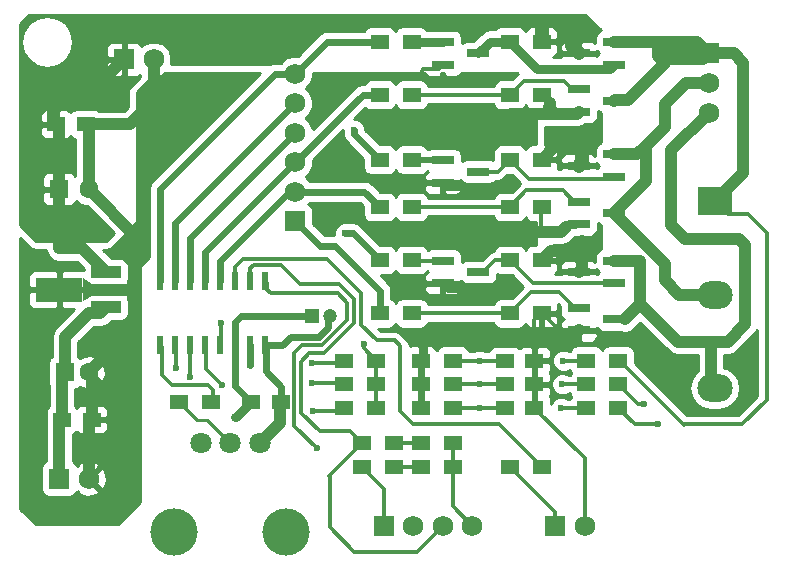
<source format=gtl>
G04 #@! TF.FileFunction,Copper,L1,Top,Signal*
%FSLAX46Y46*%
G04 Gerber Fmt 4.6, Leading zero omitted, Abs format (unit mm)*
G04 Created by KiCad (PCBNEW 4.0.7) date 06/23/18 09:52:51*
%MOMM*%
%LPD*%
G01*
G04 APERTURE LIST*
%ADD10C,0.100000*%
%ADD11R,1.750000X1.750000*%
%ADD12C,1.750000*%
%ADD13R,1.500000X1.250000*%
%ADD14R,1.600000X1.600000*%
%ADD15C,1.600000*%
%ADD16R,1.200000X1.200000*%
%ADD17C,1.200000*%
%ADD18R,1.500000X1.300000*%
%ADD19R,1.900000X0.800000*%
%ADD20C,1.800000*%
%ADD21C,4.000000*%
%ADD22R,2.500000X1.000000*%
%ADD23R,4.000000X2.000000*%
%ADD24R,0.600000X1.500000*%
%ADD25R,3.000000X2.350000*%
%ADD26O,3.000000X2.350000*%
%ADD27C,0.600000*%
%ADD28C,1.000000*%
%ADD29C,1.200000*%
%ADD30C,0.300000*%
%ADD31C,0.600000*%
%ADD32C,0.800000*%
%ADD33C,0.500000*%
%ADD34C,0.250000*%
%ADD35C,0.254000*%
G04 APERTURE END LIST*
D10*
D11*
X9500000Y45500000D03*
D12*
X12000000Y45500000D03*
D13*
X3750000Y40000000D03*
X6250000Y40000000D03*
D14*
X4000000Y34500000D03*
D15*
X6500000Y34500000D03*
D14*
X4500000Y19000000D03*
D15*
X6500000Y19000000D03*
D13*
X4250000Y15000000D03*
X6750000Y15000000D03*
D16*
X25400000Y23800000D03*
D17*
X26900000Y23800000D03*
D13*
X20250000Y16500000D03*
X22750000Y16500000D03*
X41750000Y20000000D03*
X44250000Y20000000D03*
X41750000Y18000000D03*
X44250000Y18000000D03*
X41750000Y16000000D03*
X44250000Y16000000D03*
D18*
X34650000Y13000000D03*
X37350000Y13000000D03*
X34650000Y11000000D03*
X37350000Y11000000D03*
D11*
X31500000Y6000000D03*
D12*
X34000000Y6000000D03*
X36500000Y6000000D03*
X39000000Y6000000D03*
D11*
X46000000Y6000000D03*
D12*
X48500000Y6000000D03*
D11*
X59000000Y46000000D03*
D12*
X59000000Y43500000D03*
X59000000Y41000000D03*
D19*
X36500000Y46950000D03*
X36500000Y45050000D03*
X39500000Y46000000D03*
X51000000Y45050000D03*
X51000000Y46950000D03*
X48000000Y46000000D03*
X48000000Y42950000D03*
X48000000Y41050000D03*
X51000000Y42000000D03*
X36500000Y36950000D03*
X36500000Y35050000D03*
X39500000Y36000000D03*
X51000000Y35550000D03*
X51000000Y37450000D03*
X48000000Y36500000D03*
X48000000Y33450000D03*
X48000000Y31550000D03*
X51000000Y32500000D03*
X36500000Y28450000D03*
X36500000Y26550000D03*
X39500000Y27500000D03*
X51000000Y26550000D03*
X51000000Y28450000D03*
X48000000Y27500000D03*
X48000000Y24450000D03*
X48000000Y22550000D03*
X51000000Y23500000D03*
D18*
X33850000Y47000000D03*
X31150000Y47000000D03*
X33850000Y42500000D03*
X31150000Y42500000D03*
X44850000Y42500000D03*
X42150000Y42500000D03*
X44850000Y47000000D03*
X42150000Y47000000D03*
X29650000Y13000000D03*
X32350000Y13000000D03*
X29650000Y11000000D03*
X32350000Y11000000D03*
X33850000Y37000000D03*
X31150000Y37000000D03*
X33850000Y33000000D03*
X31150000Y33000000D03*
X16850000Y16500000D03*
X14150000Y16500000D03*
X44850000Y33000000D03*
X42150000Y33000000D03*
X44850000Y37000000D03*
X42150000Y37000000D03*
X33850000Y28500000D03*
X31150000Y28500000D03*
X33850000Y24000000D03*
X31150000Y24000000D03*
X44850000Y24000000D03*
X42150000Y24000000D03*
X42150000Y11000000D03*
X44850000Y11000000D03*
X44850000Y28500000D03*
X42150000Y28500000D03*
X28150000Y20000000D03*
X30850000Y20000000D03*
X28150000Y18000000D03*
X30850000Y18000000D03*
X28150000Y16000000D03*
X30850000Y16000000D03*
X34650000Y20000000D03*
X37350000Y20000000D03*
X34650000Y18000000D03*
X37350000Y18000000D03*
X34650000Y16000000D03*
X37350000Y16000000D03*
X51350000Y20000000D03*
X48650000Y20000000D03*
X51350000Y18000000D03*
X48650000Y18000000D03*
X51350000Y16000000D03*
X48650000Y16000000D03*
D20*
X21000000Y13000000D03*
X18500000Y13000000D03*
X16000000Y13000000D03*
D21*
X23250000Y5500000D03*
X13750000Y5500000D03*
D22*
X7980000Y24500000D03*
X7980000Y26000000D03*
X7980000Y27500000D03*
D23*
X4020000Y26000000D03*
D10*
G36*
X5995000Y27000000D02*
X6745000Y26500000D01*
X6745000Y25500000D01*
X5995000Y25000000D01*
X5995000Y27000000D01*
X5995000Y27000000D01*
G37*
D24*
X12555000Y21300000D03*
X13825000Y21300000D03*
X15095000Y21300000D03*
X16365000Y21300000D03*
X17635000Y21300000D03*
X18905000Y21300000D03*
X20175000Y21300000D03*
X21445000Y21300000D03*
X21445000Y26700000D03*
X20175000Y26700000D03*
X18905000Y26700000D03*
X17635000Y26700000D03*
X16365000Y26700000D03*
X15095000Y26700000D03*
X13825000Y26700000D03*
X12555000Y26700000D03*
D11*
X4000000Y10000000D03*
D12*
X6500000Y10000000D03*
D11*
X24000000Y31800000D03*
D12*
X24000000Y34300000D03*
X24000000Y36800000D03*
X24000000Y39300000D03*
X24000000Y41800000D03*
X24000000Y44300000D03*
D25*
X59500000Y33500000D03*
D26*
X59500000Y25580000D03*
X59500000Y17660000D03*
D27*
X48300000Y30100000D03*
X47500000Y29300000D03*
X45900000Y39200000D03*
X48300000Y39200000D03*
X44900000Y48500000D03*
X47400000Y48500000D03*
X41700000Y30900000D03*
X41700000Y26100000D03*
X41700000Y34700000D03*
X41700000Y22100000D03*
X41700000Y40300000D03*
X34600000Y44200000D03*
X18900000Y15200000D03*
X39600000Y20000000D03*
X46700000Y20000000D03*
X13900000Y19400000D03*
X25400000Y19800000D03*
X39600000Y18000000D03*
X46600000Y18000000D03*
X15100000Y18600000D03*
X25400000Y18100000D03*
X39600000Y16000000D03*
X46500000Y16000000D03*
X17800000Y17900000D03*
X25500000Y15700000D03*
X25800000Y12600000D03*
X53500000Y16300000D03*
X54700000Y14600000D03*
X53200000Y28400000D03*
X29000000Y39500000D03*
X28200000Y30800000D03*
X20200000Y19600000D03*
X17700000Y23200000D03*
X29800000Y21400000D03*
D28*
X48300000Y30100000D02*
X48300000Y27800000D01*
X48300000Y27800000D02*
X48000000Y27500000D01*
X45650000Y29300000D02*
X44850000Y28500000D01*
X47500000Y29300000D02*
X45650000Y29300000D01*
X45900000Y38050000D02*
X44850000Y37000000D01*
X45900000Y38600000D02*
X45900000Y38050000D01*
X45900000Y39000000D02*
X45900000Y38600000D01*
X45900000Y39200000D02*
X45900000Y39000000D01*
D29*
X48300000Y39200000D02*
X48300000Y36800000D01*
X48300000Y36800000D02*
X48000000Y36500000D01*
X44900000Y48500000D02*
X44900000Y47050000D01*
X44900000Y47050000D02*
X44850000Y47000000D01*
X47400000Y46600000D02*
X48000000Y46000000D01*
X47400000Y48500000D02*
X47400000Y46600000D01*
D28*
X4000000Y34500000D02*
X4000000Y29500000D01*
X5980000Y29500000D02*
X7980000Y27500000D01*
X4000000Y29500000D02*
X5980000Y29500000D01*
X3750000Y40000000D02*
X4000000Y39750000D01*
X4000000Y39750000D02*
X4000000Y34500000D01*
X9500000Y45500000D02*
X7500000Y43500000D01*
X3500000Y41500000D02*
X3500000Y40250000D01*
X5500000Y43500000D02*
X3500000Y41500000D01*
X7500000Y43500000D02*
X5500000Y43500000D01*
X3500000Y40250000D02*
X3750000Y40000000D01*
X45575000Y41775000D02*
X45575000Y41575000D01*
X45575000Y41575000D02*
X45500000Y41500000D01*
D30*
X44850000Y33000000D02*
X44800000Y32950000D01*
X44800000Y32950000D02*
X44800000Y30900000D01*
X48000000Y31550000D02*
X47750000Y31300000D01*
X47750000Y31300000D02*
X46900000Y31300000D01*
D28*
X41700000Y30900000D02*
X44800000Y30900000D01*
X44800000Y30900000D02*
X46500000Y30900000D01*
X46500000Y30900000D02*
X46900000Y31300000D01*
D30*
X7980000Y26000000D02*
X6370000Y26000000D01*
X4020000Y26000000D02*
X7980000Y26000000D01*
D31*
X34650000Y18000000D02*
X34650000Y16000000D01*
X34650000Y20000000D02*
X34650000Y18000000D01*
X41700000Y22100000D02*
X34900000Y22100000D01*
X34900000Y22100000D02*
X34900000Y20250000D01*
X34900000Y20250000D02*
X34650000Y20000000D01*
X36500000Y26550000D02*
X36950000Y26100000D01*
X36950000Y26100000D02*
X41700000Y26100000D01*
X36500000Y35050000D02*
X36850000Y34700000D01*
X36850000Y34700000D02*
X41700000Y34700000D01*
D28*
X47550000Y22100000D02*
X48000000Y22550000D01*
X41700000Y22100000D02*
X47550000Y22100000D01*
X48000000Y41050000D02*
X47850000Y40900000D01*
X47850000Y40900000D02*
X42300000Y40900000D01*
X42300000Y40900000D02*
X41700000Y40300000D01*
D30*
X36150000Y44700000D02*
X34900000Y44700000D01*
X34800000Y44700000D02*
X34600000Y44200000D01*
X34900000Y44700000D02*
X34800000Y44700000D01*
X36500000Y45050000D02*
X36150000Y44700000D01*
X44850000Y24000000D02*
X46300000Y22550000D01*
X46300000Y22550000D02*
X48000000Y22550000D01*
X34200000Y15550000D02*
X34650000Y16000000D01*
X44250000Y16000000D02*
X48500000Y11750000D01*
X48500000Y11750000D02*
X48500000Y6000000D01*
X44250000Y18000000D02*
X44250000Y16000000D01*
X44250000Y20000000D02*
X44250000Y18000000D01*
X44850000Y24000000D02*
X44250000Y23400000D01*
X44250000Y23400000D02*
X44250000Y20000000D01*
X44850000Y42500000D02*
X45575000Y41775000D01*
X45575000Y41775000D02*
X46300000Y41050000D01*
X46300000Y41050000D02*
X48000000Y41050000D01*
D31*
X26900000Y23800000D02*
X26800000Y23700000D01*
X26800000Y23700000D02*
X26800000Y22800000D01*
X26800000Y22800000D02*
X26000000Y22000000D01*
X26000000Y22000000D02*
X23600000Y22000000D01*
X23600000Y22000000D02*
X22900000Y21300000D01*
X22900000Y21300000D02*
X21445000Y21300000D01*
X21445000Y21300000D02*
X21500000Y21245000D01*
X21500000Y21245000D02*
X21500000Y19100000D01*
X21500000Y19100000D02*
X22800000Y17800000D01*
X22800000Y17800000D02*
X22800000Y16550000D01*
X22800000Y16550000D02*
X22750000Y16500000D01*
D28*
X21000000Y13000000D02*
X22700000Y14700000D01*
X22700000Y14700000D02*
X22700000Y16450000D01*
X22700000Y16450000D02*
X22750000Y16500000D01*
X6750000Y15000000D02*
X6500000Y14750000D01*
X6500000Y14750000D02*
X6500000Y10000000D01*
X6500000Y19000000D02*
X6750000Y18750000D01*
X6750000Y18750000D02*
X6750000Y15000000D01*
X6500000Y19000000D02*
X9000000Y21500000D01*
X10500000Y25500000D02*
X10000000Y26000000D01*
X10500000Y22500000D02*
X10500000Y25500000D01*
X9500000Y21500000D02*
X10500000Y22500000D01*
X9000000Y21500000D02*
X9500000Y21500000D01*
X6500000Y34500000D02*
X10500000Y30500000D01*
X10000000Y26000000D02*
X7980000Y26000000D01*
X10500000Y26500000D02*
X10000000Y26000000D01*
X10500000Y30500000D02*
X10500000Y26500000D01*
X6250000Y40000000D02*
X6500000Y39750000D01*
X6500000Y39750000D02*
X6500000Y34500000D01*
X12000000Y45500000D02*
X12000000Y42000000D01*
X10000000Y40000000D02*
X6250000Y40000000D01*
X10500000Y40500000D02*
X10000000Y40000000D01*
X12000000Y42000000D02*
X10500000Y40500000D01*
D30*
X37350000Y11000000D02*
X37350000Y13000000D01*
X39000000Y6000000D02*
X37350000Y7650000D01*
X37350000Y7650000D02*
X37350000Y11000000D01*
D31*
X18905000Y21300000D02*
X18900000Y21305000D01*
X18900000Y21305000D02*
X18900000Y23200000D01*
X19400000Y23800000D02*
X25400000Y23800000D01*
X18900000Y23300000D02*
X19400000Y23800000D01*
X18900000Y23200000D02*
X18900000Y23300000D01*
X18905000Y21300000D02*
X18900000Y21295000D01*
X18900000Y21295000D02*
X18900000Y17850000D01*
X18900000Y17850000D02*
X20250000Y16500000D01*
D32*
X20250000Y16500000D02*
X18950000Y15200000D01*
X18950000Y15200000D02*
X18900000Y15200000D01*
D28*
X4250000Y15000000D02*
X4000000Y14750000D01*
X4000000Y14750000D02*
X4000000Y10000000D01*
X4500000Y19000000D02*
X4250000Y18750000D01*
X4250000Y18750000D02*
X4250000Y15000000D01*
X4500000Y19000000D02*
X4500000Y22000000D01*
X6500000Y24000000D02*
X7480000Y24000000D01*
X4500000Y22000000D02*
X6500000Y24000000D01*
X7480000Y24000000D02*
X7980000Y24500000D01*
D30*
X48650000Y20000000D02*
X46700000Y20000000D01*
X37350000Y20000000D02*
X39600000Y20000000D01*
X39600000Y20000000D02*
X41750000Y20000000D01*
X13825000Y21300000D02*
X13900000Y21225000D01*
X13900000Y21225000D02*
X13900000Y19400000D01*
X25400000Y19800000D02*
X27950000Y19800000D01*
X27950000Y19800000D02*
X28150000Y20000000D01*
X48650000Y18000000D02*
X46600000Y18000000D01*
X37350000Y18000000D02*
X39600000Y18000000D01*
X39600000Y18000000D02*
X41750000Y18000000D01*
X15095000Y21300000D02*
X15100000Y21295000D01*
X15100000Y21295000D02*
X15100000Y18600000D01*
X25400000Y18100000D02*
X28050000Y18100000D01*
X28050000Y18100000D02*
X28150000Y18000000D01*
X48650000Y16000000D02*
X46500000Y16000000D01*
X37350000Y16000000D02*
X39600000Y16000000D01*
X39600000Y16000000D02*
X41750000Y16000000D01*
X16365000Y21300000D02*
X16400000Y21265000D01*
X16400000Y21265000D02*
X16400000Y19300000D01*
X16400000Y19300000D02*
X17800000Y17900000D01*
X25500000Y15700000D02*
X27850000Y15700000D01*
X27850000Y15700000D02*
X28150000Y16000000D01*
X32350000Y13000000D02*
X34650000Y13000000D01*
X32350000Y11000000D02*
X34650000Y11000000D01*
X26300000Y21300000D02*
X28400000Y23400000D01*
X28400000Y23400000D02*
X28400000Y24100000D01*
X21600000Y26000000D02*
X21900000Y25700000D01*
X21900000Y25700000D02*
X27600000Y25700000D01*
X27600000Y25700000D02*
X28400000Y24900000D01*
X28400000Y24900000D02*
X28400000Y24100000D01*
X23900000Y14500000D02*
X25800000Y12600000D01*
X23900000Y20600000D02*
X23900000Y14500000D01*
X24600000Y21300000D02*
X23900000Y20600000D01*
X26300000Y21300000D02*
X24600000Y21300000D01*
X21445000Y26700000D02*
X21600000Y26545000D01*
X21600000Y26545000D02*
X21600000Y26000000D01*
X29650000Y11000000D02*
X31500000Y9150000D01*
X31500000Y9150000D02*
X31500000Y6000000D01*
X28900000Y25300000D02*
X29000000Y25200000D01*
X24399998Y26500000D02*
X27700000Y26500000D01*
X27700000Y26500000D02*
X28900000Y25300000D01*
X22800000Y28099998D02*
X20500000Y28099998D01*
X20200000Y27799998D02*
X20500000Y28099998D01*
X20200000Y26725000D02*
X20200000Y27799998D01*
X22800000Y28099998D02*
X24399998Y26500000D01*
X28650000Y14000000D02*
X29650000Y13000000D01*
X26100000Y14000000D02*
X28650000Y14000000D01*
X24500000Y15600000D02*
X26100000Y14000000D01*
X24500000Y19900000D02*
X24500000Y15600000D01*
X25200000Y20600000D02*
X24500000Y19900000D01*
X26400000Y20600000D02*
X25200000Y20600000D01*
X29000000Y23200000D02*
X26400000Y20600000D01*
X29000000Y25200000D02*
X29000000Y23200000D01*
X20175000Y26700000D02*
X20200000Y26725000D01*
X26900000Y5900000D02*
X26900000Y10200000D01*
X26900000Y10200000D02*
X26850000Y10200000D01*
X26850000Y10200000D02*
X29650000Y13000000D01*
X36500000Y6000000D02*
X34300000Y3800000D01*
X29000000Y3800000D02*
X26900000Y5900000D01*
X30500000Y3800000D02*
X29000000Y3800000D01*
X34300000Y3800000D02*
X30500000Y3800000D01*
X42150000Y11000000D02*
X46000000Y7150000D01*
X46000000Y7150000D02*
X46000000Y6000000D01*
D28*
X54700000Y46950000D02*
X54700000Y45800000D01*
X54700000Y45800000D02*
X55300000Y45200000D01*
X55300000Y45200000D02*
X55300000Y45500000D01*
X55300000Y45500000D02*
X55300000Y46300000D01*
X57800000Y46000000D02*
X59000000Y46000000D01*
X57800000Y46000000D02*
X57500000Y46300000D01*
X55300000Y46300000D02*
X57500000Y46300000D01*
D30*
X61800000Y14600000D02*
X56900000Y14600000D01*
X61800000Y32400000D02*
X62300000Y32400000D01*
X62300000Y32400000D02*
X63900000Y30800000D01*
X63900000Y30800000D02*
X63900000Y16900000D01*
X63900000Y16900000D02*
X63900000Y16700000D01*
X63900000Y16700000D02*
X61800000Y14600000D01*
X60600000Y32400000D02*
X61800000Y32400000D01*
X56900000Y14550000D02*
X51850000Y19600000D01*
X56900000Y14600000D02*
X56900000Y14550000D01*
X59500000Y33500000D02*
X60600000Y32400000D01*
D28*
X61100000Y46000000D02*
X61900000Y45200000D01*
X61900000Y44400000D02*
X61900000Y35900000D01*
X61900000Y35900000D02*
X59500000Y33500000D01*
X59000000Y46000000D02*
X61100000Y46000000D01*
X61900000Y45200000D02*
X61900000Y44400000D01*
X59000000Y46000000D02*
X58500000Y45500000D01*
X58500000Y45500000D02*
X55300000Y45500000D01*
X55300000Y45500000D02*
X55300000Y45200000D01*
X55300000Y45200000D02*
X52200000Y42100000D01*
X52200000Y42100000D02*
X51100000Y42100000D01*
X51100000Y42100000D02*
X51000000Y42000000D01*
X59000000Y46000000D02*
X58050000Y46950000D01*
X58050000Y46950000D02*
X54700000Y46950000D01*
X54700000Y46950000D02*
X51000000Y46950000D01*
X57100000Y25580000D02*
X56520000Y25580000D01*
X55300000Y26800000D02*
X55300000Y28200000D01*
X56520000Y25580000D02*
X55300000Y26800000D01*
X59500000Y25580000D02*
X57100000Y25580000D01*
X59000000Y43500000D02*
X57100000Y43500000D01*
X55300000Y41700000D02*
X55300000Y39800000D01*
X57100000Y43500000D02*
X55300000Y41700000D01*
D30*
X51350000Y18000000D02*
X53050000Y16300000D01*
X53050000Y16300000D02*
X53500000Y16300000D01*
D28*
X51000000Y32500000D02*
X55300000Y28200000D01*
X51000000Y32500000D02*
X53700000Y35200000D01*
X53700000Y35200000D02*
X53700000Y38200000D01*
X55300000Y39800000D02*
X53700000Y38200000D01*
X53700000Y38200000D02*
X52950000Y37450000D01*
X52950000Y37450000D02*
X51000000Y37450000D01*
D30*
X51350000Y16000000D02*
X52750000Y14600000D01*
X52750000Y14600000D02*
X54700000Y14600000D01*
D28*
X59500000Y17660000D02*
X59200000Y17960000D01*
X59200000Y17960000D02*
X59200000Y21600000D01*
X53200000Y24800000D02*
X56400000Y21600000D01*
X55800000Y37800000D02*
X59000000Y41000000D01*
X55800000Y31500000D02*
X55800000Y37800000D01*
X57000000Y30300000D02*
X55800000Y31500000D01*
X61600000Y30300000D02*
X57000000Y30300000D01*
X62100000Y29800000D02*
X61600000Y30300000D01*
X62100000Y23100000D02*
X62100000Y29800000D01*
X60600000Y21600000D02*
X62100000Y23100000D01*
X56400000Y21600000D02*
X59200000Y21600000D01*
X59200000Y21600000D02*
X60600000Y21600000D01*
X53200000Y28400000D02*
X53200000Y24800000D01*
X52900000Y24500000D02*
X51900000Y23500000D01*
X53000000Y24500000D02*
X52900000Y24500000D01*
X53200000Y24500000D02*
X53000000Y24500000D01*
X53200000Y24800000D02*
X53200000Y24500000D01*
X53200000Y28400000D02*
X51050000Y28400000D01*
X51050000Y28400000D02*
X51000000Y28450000D01*
D32*
X33850000Y47000000D02*
X33900000Y46950000D01*
X33900000Y46950000D02*
X36500000Y46950000D01*
X42150000Y47000000D02*
X44450000Y44700000D01*
X44450000Y44700000D02*
X50650000Y44700000D01*
X50650000Y44700000D02*
X51000000Y45050000D01*
X39500000Y46000000D02*
X40500000Y47000000D01*
X40500000Y47000000D02*
X42150000Y47000000D01*
D30*
X42150000Y42500000D02*
X33850000Y42500000D01*
X42150000Y42500000D02*
X43350000Y43700000D01*
X46750000Y43700000D02*
X47600000Y42850000D01*
X43350000Y43700000D02*
X46750000Y43700000D01*
D33*
X33850000Y37000000D02*
X33900000Y36950000D01*
X33900000Y36950000D02*
X36500000Y36950000D01*
D30*
X42150000Y37000000D02*
X43750000Y35400000D01*
X43750000Y35400000D02*
X50850000Y35400000D01*
X50850000Y35400000D02*
X51000000Y35550000D01*
X42150000Y37000000D02*
X41150000Y36000000D01*
X41150000Y36000000D02*
X39500000Y36000000D01*
X42150000Y33000000D02*
X43550000Y34400000D01*
X46650000Y34400000D02*
X47700000Y33350000D01*
X46400000Y34400000D02*
X46650000Y34400000D01*
X43550000Y34400000D02*
X46400000Y34400000D01*
X33850000Y33000000D02*
X42150000Y33000000D01*
X33850000Y28500000D02*
X33900000Y28450000D01*
X33900000Y28450000D02*
X36500000Y28450000D01*
X42150000Y28500000D02*
X44100000Y26550000D01*
X44100000Y26550000D02*
X51000000Y26550000D01*
X39900000Y27500000D02*
X40900000Y28500000D01*
X40900000Y28500000D02*
X42150000Y28500000D01*
X42150000Y24000000D02*
X43950000Y25800000D01*
X46300000Y25800000D02*
X47825000Y24275000D01*
X43950000Y25800000D02*
X46300000Y25800000D01*
X33850000Y24000000D02*
X42150000Y24000000D01*
D31*
X24000000Y44300000D02*
X24000000Y44300000D01*
X24000000Y44300000D02*
X22300000Y44300000D01*
X24000000Y44300000D02*
X26700000Y47000000D01*
X26700000Y47000000D02*
X31150000Y47000000D01*
X22300000Y44300000D02*
X12555000Y34555000D01*
X12555000Y34555000D02*
X12555000Y26700000D01*
X24000000Y36800000D02*
X29700000Y42500000D01*
X29700000Y42500000D02*
X31150000Y42500000D01*
X24000000Y36800000D02*
X16365000Y29165000D01*
X16365000Y29165000D02*
X16365000Y26700000D01*
X29000000Y39150000D02*
X31150000Y37000000D01*
X29000000Y39500000D02*
X29000000Y39150000D01*
X24000000Y41800000D02*
X13825000Y31625000D01*
X13825000Y31625000D02*
X13825000Y26700000D01*
X13825000Y26700000D02*
X13800000Y26725000D01*
X23500000Y34300000D02*
X27300000Y34300000D01*
X29850000Y34300000D02*
X31150000Y33000000D01*
X27300000Y34300000D02*
X29850000Y34300000D01*
X23500000Y34300000D02*
X17635000Y28435000D01*
X17635000Y28435000D02*
X17635000Y26700000D01*
D30*
X12555000Y21300000D02*
X12700000Y21155000D01*
X12700000Y21155000D02*
X12700000Y18800000D01*
X12700000Y18800000D02*
X13600000Y17900000D01*
X13600000Y17900000D02*
X16600000Y17900000D01*
X16600000Y17900000D02*
X17000000Y17500000D01*
X17000000Y17500000D02*
X17000000Y16650000D01*
X17000000Y16650000D02*
X16850000Y16500000D01*
D34*
X14150000Y16500000D02*
X15650000Y15000000D01*
X15650000Y15000000D02*
X16500000Y15000000D01*
X18500000Y13000000D02*
X16500000Y15000000D01*
D31*
X28850000Y30800000D02*
X31150000Y28500000D01*
X28200000Y30800000D02*
X28850000Y30800000D01*
X24000000Y39300000D02*
X15095000Y30395000D01*
X15095000Y30395000D02*
X15095000Y26700000D01*
X24000000Y31800000D02*
X26100000Y29700000D01*
X31200000Y25900000D02*
X31200000Y24050000D01*
X27400000Y29700000D02*
X31200000Y25900000D01*
X27400000Y29700000D02*
X27400000Y29700000D01*
X26100000Y29700000D02*
X27400000Y29700000D01*
X31200000Y24050000D02*
X31150000Y24000000D01*
X20200000Y19600000D02*
X20200000Y21275000D01*
X20200000Y21275000D02*
X20175000Y21300000D01*
X20200000Y21275000D02*
X20175000Y21300000D01*
D33*
X20200000Y21275000D02*
X20175000Y21300000D01*
D30*
X18905000Y26700000D02*
X18900000Y26705000D01*
X18900000Y26705000D02*
X18900000Y27900000D01*
X41250000Y14600000D02*
X44850000Y11000000D01*
X34000000Y14600000D02*
X41250000Y14600000D01*
X32900000Y15700000D02*
X34000000Y14600000D01*
X32900000Y21200000D02*
X32900000Y15700000D01*
X32400000Y21700000D02*
X32900000Y21200000D01*
X30900000Y21700000D02*
X32400000Y21700000D01*
X29600000Y23000000D02*
X30900000Y21700000D01*
X29600000Y25700000D02*
X29600000Y23000000D01*
X26700000Y28600000D02*
X29600000Y25700000D01*
X19600000Y28600000D02*
X26700000Y28600000D01*
X18900000Y27900000D02*
X19600000Y28600000D01*
X17635000Y21300000D02*
X17700000Y21365000D01*
X17700000Y21365000D02*
X17700000Y23200000D01*
X29800000Y21400000D02*
X29800000Y21050000D01*
X29800000Y21050000D02*
X30850000Y20000000D01*
X30850000Y18000000D02*
X30850000Y16000000D01*
X30850000Y20000000D02*
X30850000Y18000000D01*
D35*
G36*
X49798110Y31503569D02*
X49873000Y31488403D01*
X49873000Y29464135D01*
X49814683Y29453162D01*
X49598559Y29314090D01*
X49453569Y29101890D01*
X49402560Y28850000D01*
X49402560Y28345466D01*
X49309698Y28438327D01*
X49076309Y28535000D01*
X48285750Y28535000D01*
X48127000Y28376250D01*
X48127000Y27627000D01*
X49426250Y27627000D01*
X49512262Y27713012D01*
X49585910Y27598559D01*
X49731083Y27499367D01*
X49598559Y27414090D01*
X49544519Y27335000D01*
X49464250Y27335000D01*
X49426250Y27373000D01*
X48127000Y27373000D01*
X48127000Y27353000D01*
X47873000Y27353000D01*
X47873000Y27373000D01*
X46573750Y27373000D01*
X46535750Y27335000D01*
X45983025Y27335000D01*
X46138327Y27490301D01*
X46235000Y27723690D01*
X46235000Y28026310D01*
X46415000Y28026310D01*
X46415000Y27785750D01*
X46573750Y27627000D01*
X47873000Y27627000D01*
X47873000Y28376250D01*
X47714250Y28535000D01*
X46923691Y28535000D01*
X46690302Y28438327D01*
X46511673Y28259699D01*
X46415000Y28026310D01*
X46235000Y28026310D01*
X46235000Y28214250D01*
X46076250Y28373000D01*
X45127000Y28373000D01*
X45127000Y28627000D01*
X46076250Y28627000D01*
X46235000Y28785750D01*
X46235000Y29276310D01*
X46138327Y29509699D01*
X45959698Y29688327D01*
X45774593Y29765000D01*
X46500000Y29765000D01*
X46934346Y29851397D01*
X47302566Y30097434D01*
X47702566Y30497434D01*
X47705991Y30502560D01*
X48950000Y30502560D01*
X49185317Y30546838D01*
X49401441Y30685910D01*
X49546431Y30898110D01*
X49597440Y31150000D01*
X49597440Y31640681D01*
X49798110Y31503569D01*
X49798110Y31503569D01*
G37*
X49798110Y31503569D02*
X49873000Y31488403D01*
X49873000Y29464135D01*
X49814683Y29453162D01*
X49598559Y29314090D01*
X49453569Y29101890D01*
X49402560Y28850000D01*
X49402560Y28345466D01*
X49309698Y28438327D01*
X49076309Y28535000D01*
X48285750Y28535000D01*
X48127000Y28376250D01*
X48127000Y27627000D01*
X49426250Y27627000D01*
X49512262Y27713012D01*
X49585910Y27598559D01*
X49731083Y27499367D01*
X49598559Y27414090D01*
X49544519Y27335000D01*
X49464250Y27335000D01*
X49426250Y27373000D01*
X48127000Y27373000D01*
X48127000Y27353000D01*
X47873000Y27353000D01*
X47873000Y27373000D01*
X46573750Y27373000D01*
X46535750Y27335000D01*
X45983025Y27335000D01*
X46138327Y27490301D01*
X46235000Y27723690D01*
X46235000Y28026310D01*
X46415000Y28026310D01*
X46415000Y27785750D01*
X46573750Y27627000D01*
X47873000Y27627000D01*
X47873000Y28376250D01*
X47714250Y28535000D01*
X46923691Y28535000D01*
X46690302Y28438327D01*
X46511673Y28259699D01*
X46415000Y28026310D01*
X46235000Y28026310D01*
X46235000Y28214250D01*
X46076250Y28373000D01*
X45127000Y28373000D01*
X45127000Y28627000D01*
X46076250Y28627000D01*
X46235000Y28785750D01*
X46235000Y29276310D01*
X46138327Y29509699D01*
X45959698Y29688327D01*
X45774593Y29765000D01*
X46500000Y29765000D01*
X46934346Y29851397D01*
X47302566Y30097434D01*
X47702566Y30497434D01*
X47705991Y30502560D01*
X48950000Y30502560D01*
X49185317Y30546838D01*
X49401441Y30685910D01*
X49546431Y30898110D01*
X49597440Y31150000D01*
X49597440Y31640681D01*
X49798110Y31503569D01*
G36*
X49858910Y47961484D02*
X49814683Y47953162D01*
X49598559Y47814090D01*
X49453569Y47601890D01*
X49402560Y47350000D01*
X49402560Y46845466D01*
X49309698Y46938327D01*
X49076309Y47035000D01*
X48285750Y47035000D01*
X48127000Y46876250D01*
X48127000Y46127000D01*
X49426250Y46127000D01*
X49512262Y46213012D01*
X49585910Y46098559D01*
X49731083Y45999367D01*
X49598559Y45914090D01*
X49511936Y45787314D01*
X49426250Y45873000D01*
X48127000Y45873000D01*
X48127000Y45853000D01*
X47873000Y45853000D01*
X47873000Y45873000D01*
X46573750Y45873000D01*
X46435750Y45735000D01*
X45774593Y45735000D01*
X45959698Y45811673D01*
X46138327Y45990301D01*
X46235000Y46223690D01*
X46235000Y46526310D01*
X46415000Y46526310D01*
X46415000Y46285750D01*
X46573750Y46127000D01*
X47873000Y46127000D01*
X47873000Y46876250D01*
X47714250Y47035000D01*
X46923691Y47035000D01*
X46690302Y46938327D01*
X46511673Y46759699D01*
X46415000Y46526310D01*
X46235000Y46526310D01*
X46235000Y46714250D01*
X46076250Y46873000D01*
X44977000Y46873000D01*
X44977000Y46853000D01*
X44723000Y46853000D01*
X44723000Y46873000D01*
X44703000Y46873000D01*
X44703000Y47127000D01*
X44723000Y47127000D01*
X44723000Y48126250D01*
X44977000Y48126250D01*
X44977000Y47127000D01*
X46076250Y47127000D01*
X46235000Y47285750D01*
X46235000Y47776310D01*
X46138327Y48009699D01*
X45959698Y48188327D01*
X45726309Y48285000D01*
X45135750Y48285000D01*
X44977000Y48126250D01*
X44723000Y48126250D01*
X44564250Y48285000D01*
X43973691Y48285000D01*
X43740302Y48188327D01*
X43561673Y48009699D01*
X43505346Y47873713D01*
X43503162Y47885317D01*
X43364090Y48101441D01*
X43151890Y48246431D01*
X42900000Y48297440D01*
X41400000Y48297440D01*
X41164683Y48253162D01*
X40948559Y48114090D01*
X40894519Y48035000D01*
X40500005Y48035000D01*
X40500000Y48035001D01*
X40103923Y47956215D01*
X39768144Y47731856D01*
X39768142Y47731853D01*
X39083728Y47047440D01*
X38550000Y47047440D01*
X38314683Y47003162D01*
X38098559Y46864090D01*
X38097440Y46862452D01*
X38097440Y47350000D01*
X38053162Y47585317D01*
X37914090Y47801441D01*
X37701890Y47946431D01*
X37450000Y47997440D01*
X35550000Y47997440D01*
X35483887Y47985000D01*
X35139018Y47985000D01*
X35064090Y48101441D01*
X34851890Y48246431D01*
X34600000Y48297440D01*
X33100000Y48297440D01*
X32864683Y48253162D01*
X32648559Y48114090D01*
X32503569Y47901890D01*
X32500919Y47888803D01*
X32364090Y48101441D01*
X32151890Y48246431D01*
X31900000Y48297440D01*
X30400000Y48297440D01*
X30164683Y48253162D01*
X29948559Y48114090D01*
X29826192Y47935000D01*
X26700000Y47935000D01*
X26342191Y47863827D01*
X26175677Y47752566D01*
X26038855Y47661145D01*
X24187548Y45809838D01*
X23700960Y45810262D01*
X23145771Y45580862D01*
X22799304Y45235000D01*
X22300000Y45235000D01*
X21942191Y45163827D01*
X21887075Y45127000D01*
X13480121Y45127000D01*
X13509738Y45198325D01*
X13510262Y45799040D01*
X13280862Y46354229D01*
X12856463Y46779370D01*
X12301675Y47009738D01*
X11700960Y47010262D01*
X11145771Y46780862D01*
X10967797Y46603198D01*
X10913327Y46734699D01*
X10734698Y46913327D01*
X10501309Y47010000D01*
X9785750Y47010000D01*
X9627000Y46851250D01*
X9627000Y45627000D01*
X9647000Y45627000D01*
X9647000Y45373000D01*
X9627000Y45373000D01*
X9627000Y44148750D01*
X9785750Y43990000D01*
X10501309Y43990000D01*
X10734698Y44086673D01*
X10865000Y44216974D01*
X10865000Y44044606D01*
X9910197Y43089803D01*
X9882334Y43047789D01*
X9873000Y43000000D01*
X9873000Y41478132D01*
X9529868Y41135000D01*
X7378386Y41135000D01*
X7251890Y41221431D01*
X7000000Y41272440D01*
X5500000Y41272440D01*
X5264683Y41228162D01*
X5048559Y41089090D01*
X5002031Y41020994D01*
X4859698Y41163327D01*
X4626309Y41260000D01*
X4035750Y41260000D01*
X3877000Y41101250D01*
X3877000Y40127000D01*
X3897000Y40127000D01*
X3897000Y39873000D01*
X3877000Y39873000D01*
X3877000Y38898750D01*
X4035750Y38740000D01*
X4626309Y38740000D01*
X4859698Y38836673D01*
X5000936Y38977910D01*
X5035910Y38923559D01*
X5248110Y38778569D01*
X5365000Y38754898D01*
X5365000Y35595305D01*
X5338327Y35659699D01*
X5159698Y35838327D01*
X4926309Y35935000D01*
X4285750Y35935000D01*
X4127000Y35776250D01*
X4127000Y34627000D01*
X4147000Y34627000D01*
X4147000Y34373000D01*
X4127000Y34373000D01*
X4127000Y33223750D01*
X4285750Y33065000D01*
X4926309Y33065000D01*
X5159698Y33161673D01*
X5338327Y33340301D01*
X5423876Y33546835D01*
X5686077Y33284176D01*
X6213309Y33065250D01*
X6329720Y33065148D01*
X8607631Y30787237D01*
X7947394Y30127000D01*
X2052606Y30127000D01*
X710000Y31469606D01*
X710000Y34214250D01*
X2565000Y34214250D01*
X2565000Y33573690D01*
X2661673Y33340301D01*
X2840302Y33161673D01*
X3073691Y33065000D01*
X3714250Y33065000D01*
X3873000Y33223750D01*
X3873000Y34373000D01*
X2723750Y34373000D01*
X2565000Y34214250D01*
X710000Y34214250D01*
X710000Y35426310D01*
X2565000Y35426310D01*
X2565000Y34785750D01*
X2723750Y34627000D01*
X3873000Y34627000D01*
X3873000Y35776250D01*
X3714250Y35935000D01*
X3073691Y35935000D01*
X2840302Y35838327D01*
X2661673Y35659699D01*
X2565000Y35426310D01*
X710000Y35426310D01*
X710000Y39714250D01*
X2365000Y39714250D01*
X2365000Y39248690D01*
X2461673Y39015301D01*
X2640302Y38836673D01*
X2873691Y38740000D01*
X3464250Y38740000D01*
X3623000Y38898750D01*
X3623000Y39873000D01*
X2523750Y39873000D01*
X2365000Y39714250D01*
X710000Y39714250D01*
X710000Y40751310D01*
X2365000Y40751310D01*
X2365000Y40285750D01*
X2523750Y40127000D01*
X3623000Y40127000D01*
X3623000Y41101250D01*
X3464250Y41260000D01*
X2873691Y41260000D01*
X2640302Y41163327D01*
X2461673Y40984699D01*
X2365000Y40751310D01*
X710000Y40751310D01*
X710000Y47000000D01*
X790000Y47000000D01*
X958226Y46154270D01*
X1437294Y45437294D01*
X2154270Y44958226D01*
X3000000Y44790000D01*
X3845730Y44958226D01*
X4228897Y45214250D01*
X7990000Y45214250D01*
X7990000Y44498690D01*
X8086673Y44265301D01*
X8265302Y44086673D01*
X8498691Y43990000D01*
X9214250Y43990000D01*
X9373000Y44148750D01*
X9373000Y45373000D01*
X8148750Y45373000D01*
X7990000Y45214250D01*
X4228897Y45214250D01*
X4562706Y45437294D01*
X5041774Y46154270D01*
X5110804Y46501310D01*
X7990000Y46501310D01*
X7990000Y45785750D01*
X8148750Y45627000D01*
X9373000Y45627000D01*
X9373000Y46851250D01*
X9214250Y47010000D01*
X8498691Y47010000D01*
X8265302Y46913327D01*
X8086673Y46734699D01*
X7990000Y46501310D01*
X5110804Y46501310D01*
X5210000Y47000000D01*
X5041774Y47845730D01*
X4562706Y48562706D01*
X3845730Y49041774D01*
X3000000Y49210000D01*
X2154270Y49041774D01*
X1437294Y48562706D01*
X958226Y47845730D01*
X790000Y47000000D01*
X710000Y47000000D01*
X710000Y48530394D01*
X1469606Y49290000D01*
X48530394Y49290000D01*
X49858910Y47961484D01*
X49858910Y47961484D01*
G37*
X49858910Y47961484D02*
X49814683Y47953162D01*
X49598559Y47814090D01*
X49453569Y47601890D01*
X49402560Y47350000D01*
X49402560Y46845466D01*
X49309698Y46938327D01*
X49076309Y47035000D01*
X48285750Y47035000D01*
X48127000Y46876250D01*
X48127000Y46127000D01*
X49426250Y46127000D01*
X49512262Y46213012D01*
X49585910Y46098559D01*
X49731083Y45999367D01*
X49598559Y45914090D01*
X49511936Y45787314D01*
X49426250Y45873000D01*
X48127000Y45873000D01*
X48127000Y45853000D01*
X47873000Y45853000D01*
X47873000Y45873000D01*
X46573750Y45873000D01*
X46435750Y45735000D01*
X45774593Y45735000D01*
X45959698Y45811673D01*
X46138327Y45990301D01*
X46235000Y46223690D01*
X46235000Y46526310D01*
X46415000Y46526310D01*
X46415000Y46285750D01*
X46573750Y46127000D01*
X47873000Y46127000D01*
X47873000Y46876250D01*
X47714250Y47035000D01*
X46923691Y47035000D01*
X46690302Y46938327D01*
X46511673Y46759699D01*
X46415000Y46526310D01*
X46235000Y46526310D01*
X46235000Y46714250D01*
X46076250Y46873000D01*
X44977000Y46873000D01*
X44977000Y46853000D01*
X44723000Y46853000D01*
X44723000Y46873000D01*
X44703000Y46873000D01*
X44703000Y47127000D01*
X44723000Y47127000D01*
X44723000Y48126250D01*
X44977000Y48126250D01*
X44977000Y47127000D01*
X46076250Y47127000D01*
X46235000Y47285750D01*
X46235000Y47776310D01*
X46138327Y48009699D01*
X45959698Y48188327D01*
X45726309Y48285000D01*
X45135750Y48285000D01*
X44977000Y48126250D01*
X44723000Y48126250D01*
X44564250Y48285000D01*
X43973691Y48285000D01*
X43740302Y48188327D01*
X43561673Y48009699D01*
X43505346Y47873713D01*
X43503162Y47885317D01*
X43364090Y48101441D01*
X43151890Y48246431D01*
X42900000Y48297440D01*
X41400000Y48297440D01*
X41164683Y48253162D01*
X40948559Y48114090D01*
X40894519Y48035000D01*
X40500005Y48035000D01*
X40500000Y48035001D01*
X40103923Y47956215D01*
X39768144Y47731856D01*
X39768142Y47731853D01*
X39083728Y47047440D01*
X38550000Y47047440D01*
X38314683Y47003162D01*
X38098559Y46864090D01*
X38097440Y46862452D01*
X38097440Y47350000D01*
X38053162Y47585317D01*
X37914090Y47801441D01*
X37701890Y47946431D01*
X37450000Y47997440D01*
X35550000Y47997440D01*
X35483887Y47985000D01*
X35139018Y47985000D01*
X35064090Y48101441D01*
X34851890Y48246431D01*
X34600000Y48297440D01*
X33100000Y48297440D01*
X32864683Y48253162D01*
X32648559Y48114090D01*
X32503569Y47901890D01*
X32500919Y47888803D01*
X32364090Y48101441D01*
X32151890Y48246431D01*
X31900000Y48297440D01*
X30400000Y48297440D01*
X30164683Y48253162D01*
X29948559Y48114090D01*
X29826192Y47935000D01*
X26700000Y47935000D01*
X26342191Y47863827D01*
X26175677Y47752566D01*
X26038855Y47661145D01*
X24187548Y45809838D01*
X23700960Y45810262D01*
X23145771Y45580862D01*
X22799304Y45235000D01*
X22300000Y45235000D01*
X21942191Y45163827D01*
X21887075Y45127000D01*
X13480121Y45127000D01*
X13509738Y45198325D01*
X13510262Y45799040D01*
X13280862Y46354229D01*
X12856463Y46779370D01*
X12301675Y47009738D01*
X11700960Y47010262D01*
X11145771Y46780862D01*
X10967797Y46603198D01*
X10913327Y46734699D01*
X10734698Y46913327D01*
X10501309Y47010000D01*
X9785750Y47010000D01*
X9627000Y46851250D01*
X9627000Y45627000D01*
X9647000Y45627000D01*
X9647000Y45373000D01*
X9627000Y45373000D01*
X9627000Y44148750D01*
X9785750Y43990000D01*
X10501309Y43990000D01*
X10734698Y44086673D01*
X10865000Y44216974D01*
X10865000Y44044606D01*
X9910197Y43089803D01*
X9882334Y43047789D01*
X9873000Y43000000D01*
X9873000Y41478132D01*
X9529868Y41135000D01*
X7378386Y41135000D01*
X7251890Y41221431D01*
X7000000Y41272440D01*
X5500000Y41272440D01*
X5264683Y41228162D01*
X5048559Y41089090D01*
X5002031Y41020994D01*
X4859698Y41163327D01*
X4626309Y41260000D01*
X4035750Y41260000D01*
X3877000Y41101250D01*
X3877000Y40127000D01*
X3897000Y40127000D01*
X3897000Y39873000D01*
X3877000Y39873000D01*
X3877000Y38898750D01*
X4035750Y38740000D01*
X4626309Y38740000D01*
X4859698Y38836673D01*
X5000936Y38977910D01*
X5035910Y38923559D01*
X5248110Y38778569D01*
X5365000Y38754898D01*
X5365000Y35595305D01*
X5338327Y35659699D01*
X5159698Y35838327D01*
X4926309Y35935000D01*
X4285750Y35935000D01*
X4127000Y35776250D01*
X4127000Y34627000D01*
X4147000Y34627000D01*
X4147000Y34373000D01*
X4127000Y34373000D01*
X4127000Y33223750D01*
X4285750Y33065000D01*
X4926309Y33065000D01*
X5159698Y33161673D01*
X5338327Y33340301D01*
X5423876Y33546835D01*
X5686077Y33284176D01*
X6213309Y33065250D01*
X6329720Y33065148D01*
X8607631Y30787237D01*
X7947394Y30127000D01*
X2052606Y30127000D01*
X710000Y31469606D01*
X710000Y34214250D01*
X2565000Y34214250D01*
X2565000Y33573690D01*
X2661673Y33340301D01*
X2840302Y33161673D01*
X3073691Y33065000D01*
X3714250Y33065000D01*
X3873000Y33223750D01*
X3873000Y34373000D01*
X2723750Y34373000D01*
X2565000Y34214250D01*
X710000Y34214250D01*
X710000Y35426310D01*
X2565000Y35426310D01*
X2565000Y34785750D01*
X2723750Y34627000D01*
X3873000Y34627000D01*
X3873000Y35776250D01*
X3714250Y35935000D01*
X3073691Y35935000D01*
X2840302Y35838327D01*
X2661673Y35659699D01*
X2565000Y35426310D01*
X710000Y35426310D01*
X710000Y39714250D01*
X2365000Y39714250D01*
X2365000Y39248690D01*
X2461673Y39015301D01*
X2640302Y38836673D01*
X2873691Y38740000D01*
X3464250Y38740000D01*
X3623000Y38898750D01*
X3623000Y39873000D01*
X2523750Y39873000D01*
X2365000Y39714250D01*
X710000Y39714250D01*
X710000Y40751310D01*
X2365000Y40751310D01*
X2365000Y40285750D01*
X2523750Y40127000D01*
X3623000Y40127000D01*
X3623000Y41101250D01*
X3464250Y41260000D01*
X2873691Y41260000D01*
X2640302Y41163327D01*
X2461673Y40984699D01*
X2365000Y40751310D01*
X710000Y40751310D01*
X710000Y47000000D01*
X790000Y47000000D01*
X958226Y46154270D01*
X1437294Y45437294D01*
X2154270Y44958226D01*
X3000000Y44790000D01*
X3845730Y44958226D01*
X4228897Y45214250D01*
X7990000Y45214250D01*
X7990000Y44498690D01*
X8086673Y44265301D01*
X8265302Y44086673D01*
X8498691Y43990000D01*
X9214250Y43990000D01*
X9373000Y44148750D01*
X9373000Y45373000D01*
X8148750Y45373000D01*
X7990000Y45214250D01*
X4228897Y45214250D01*
X4562706Y45437294D01*
X5041774Y46154270D01*
X5110804Y46501310D01*
X7990000Y46501310D01*
X7990000Y45785750D01*
X8148750Y45627000D01*
X9373000Y45627000D01*
X9373000Y46851250D01*
X9214250Y47010000D01*
X8498691Y47010000D01*
X8265302Y46913327D01*
X8086673Y46734699D01*
X7990000Y46501310D01*
X5110804Y46501310D01*
X5210000Y47000000D01*
X5041774Y47845730D01*
X4562706Y48562706D01*
X3845730Y49041774D01*
X3000000Y49210000D01*
X2154270Y49041774D01*
X1437294Y48562706D01*
X958226Y47845730D01*
X790000Y47000000D01*
X710000Y47000000D01*
X710000Y48530394D01*
X1469606Y49290000D01*
X48530394Y49290000D01*
X49858910Y47961484D01*
G36*
X49798110Y41003569D02*
X49873000Y40988403D01*
X49873000Y38464135D01*
X49814683Y38453162D01*
X49598559Y38314090D01*
X49453569Y38101890D01*
X49402560Y37850000D01*
X49402560Y37345466D01*
X49309698Y37438327D01*
X49076309Y37535000D01*
X48285750Y37535000D01*
X48127000Y37376250D01*
X48127000Y36627000D01*
X49426250Y36627000D01*
X49512262Y36713012D01*
X49585910Y36598559D01*
X49731083Y36499367D01*
X49598559Y36414090D01*
X49511936Y36287314D01*
X49426250Y36373000D01*
X48127000Y36373000D01*
X48127000Y36353000D01*
X47873000Y36353000D01*
X47873000Y36373000D01*
X46573750Y36373000D01*
X46415000Y36214250D01*
X46415000Y36185000D01*
X46218974Y36185000D01*
X46235000Y36223690D01*
X46235000Y36714250D01*
X46076250Y36873000D01*
X45127000Y36873000D01*
X45127000Y37026310D01*
X46415000Y37026310D01*
X46415000Y36785750D01*
X46573750Y36627000D01*
X47873000Y36627000D01*
X47873000Y37376250D01*
X47714250Y37535000D01*
X46923691Y37535000D01*
X46690302Y37438327D01*
X46511673Y37259699D01*
X46415000Y37026310D01*
X45127000Y37026310D01*
X45127000Y37127000D01*
X46076250Y37127000D01*
X46235000Y37285750D01*
X46235000Y37776310D01*
X46138327Y38009699D01*
X45959698Y38188327D01*
X45726309Y38285000D01*
X45135750Y38285000D01*
X45127000Y38276250D01*
X45127000Y39765000D01*
X47850000Y39765000D01*
X48284346Y39851397D01*
X48510577Y40002560D01*
X48950000Y40002560D01*
X49185317Y40046838D01*
X49401441Y40185910D01*
X49546431Y40398110D01*
X49597440Y40650000D01*
X49597440Y41140681D01*
X49798110Y41003569D01*
X49798110Y41003569D01*
G37*
X49798110Y41003569D02*
X49873000Y40988403D01*
X49873000Y38464135D01*
X49814683Y38453162D01*
X49598559Y38314090D01*
X49453569Y38101890D01*
X49402560Y37850000D01*
X49402560Y37345466D01*
X49309698Y37438327D01*
X49076309Y37535000D01*
X48285750Y37535000D01*
X48127000Y37376250D01*
X48127000Y36627000D01*
X49426250Y36627000D01*
X49512262Y36713012D01*
X49585910Y36598559D01*
X49731083Y36499367D01*
X49598559Y36414090D01*
X49511936Y36287314D01*
X49426250Y36373000D01*
X48127000Y36373000D01*
X48127000Y36353000D01*
X47873000Y36353000D01*
X47873000Y36373000D01*
X46573750Y36373000D01*
X46415000Y36214250D01*
X46415000Y36185000D01*
X46218974Y36185000D01*
X46235000Y36223690D01*
X46235000Y36714250D01*
X46076250Y36873000D01*
X45127000Y36873000D01*
X45127000Y37026310D01*
X46415000Y37026310D01*
X46415000Y36785750D01*
X46573750Y36627000D01*
X47873000Y36627000D01*
X47873000Y37376250D01*
X47714250Y37535000D01*
X46923691Y37535000D01*
X46690302Y37438327D01*
X46511673Y37259699D01*
X46415000Y37026310D01*
X45127000Y37026310D01*
X45127000Y37127000D01*
X46076250Y37127000D01*
X46235000Y37285750D01*
X46235000Y37776310D01*
X46138327Y38009699D01*
X45959698Y38188327D01*
X45726309Y38285000D01*
X45135750Y38285000D01*
X45127000Y38276250D01*
X45127000Y39765000D01*
X47850000Y39765000D01*
X48284346Y39851397D01*
X48510577Y40002560D01*
X48950000Y40002560D01*
X49185317Y40046838D01*
X49401441Y40185910D01*
X49546431Y40398110D01*
X49597440Y40650000D01*
X49597440Y41140681D01*
X49798110Y41003569D01*
G36*
X12997086Y44323306D02*
X13038780Y44365000D01*
X21042710Y44365000D01*
X11893855Y35216145D01*
X11691173Y34912809D01*
X11620000Y34555000D01*
X11620000Y28799606D01*
X10910197Y28089803D01*
X10882334Y28047789D01*
X10873000Y28000000D01*
X10873000Y8052606D01*
X8947394Y6127000D01*
X2052606Y6127000D01*
X710000Y7469606D01*
X710000Y10875000D01*
X2477560Y10875000D01*
X2477560Y9125000D01*
X2521838Y8889683D01*
X2660910Y8673559D01*
X2873110Y8528569D01*
X3125000Y8477560D01*
X4875000Y8477560D01*
X5110317Y8521838D01*
X5326441Y8660910D01*
X5463994Y8862226D01*
X5502914Y8823306D01*
X5617546Y8937938D01*
X5700884Y8684047D01*
X6265306Y8478410D01*
X6865458Y8504421D01*
X7299116Y8684047D01*
X7382455Y8937940D01*
X6500000Y9820395D01*
X6485858Y9806252D01*
X6306253Y9985857D01*
X6320395Y10000000D01*
X6679605Y10000000D01*
X7562060Y9117545D01*
X7815953Y9200884D01*
X8021590Y9765306D01*
X7995579Y10365458D01*
X7815953Y10799116D01*
X7562060Y10882455D01*
X6679605Y10000000D01*
X6320395Y10000000D01*
X6306253Y10014142D01*
X6485858Y10193747D01*
X6500000Y10179605D01*
X7382455Y11062060D01*
X7299116Y11315953D01*
X6734694Y11521590D01*
X6134542Y11495579D01*
X5700884Y11315953D01*
X5617546Y11062062D01*
X5502914Y11176694D01*
X5461864Y11135644D01*
X5339090Y11326441D01*
X5135000Y11465890D01*
X5135000Y13752962D01*
X5235317Y13771838D01*
X5451441Y13910910D01*
X5497969Y13979006D01*
X5640302Y13836673D01*
X5873691Y13740000D01*
X6464250Y13740000D01*
X6623000Y13898750D01*
X6623000Y14873000D01*
X6877000Y14873000D01*
X6877000Y13898750D01*
X7035750Y13740000D01*
X7626309Y13740000D01*
X7859698Y13836673D01*
X8038327Y14015301D01*
X8135000Y14248690D01*
X8135000Y14714250D01*
X7976250Y14873000D01*
X6877000Y14873000D01*
X6623000Y14873000D01*
X6603000Y14873000D01*
X6603000Y15127000D01*
X6623000Y15127000D01*
X6623000Y16101250D01*
X6877000Y16101250D01*
X6877000Y15127000D01*
X7976250Y15127000D01*
X8135000Y15285750D01*
X8135000Y15751310D01*
X8038327Y15984699D01*
X7859698Y16163327D01*
X7626309Y16260000D01*
X7035750Y16260000D01*
X6877000Y16101250D01*
X6623000Y16101250D01*
X6464250Y16260000D01*
X5873691Y16260000D01*
X5640302Y16163327D01*
X5499064Y16022090D01*
X5464090Y16076441D01*
X5385000Y16130481D01*
X5385000Y17568554D01*
X5535317Y17596838D01*
X5751441Y17735910D01*
X5755977Y17742548D01*
X6283223Y17553035D01*
X6853454Y17580222D01*
X7254005Y17746136D01*
X7328139Y17992255D01*
X6500000Y18820395D01*
X6485858Y18806252D01*
X6306253Y18985857D01*
X6320395Y19000000D01*
X6679605Y19000000D01*
X7507745Y18171861D01*
X7753864Y18245995D01*
X7946965Y18783223D01*
X7919778Y19353454D01*
X7753864Y19754005D01*
X7507745Y19828139D01*
X6679605Y19000000D01*
X6320395Y19000000D01*
X6306253Y19014142D01*
X6485858Y19193748D01*
X6500000Y19179605D01*
X7328139Y20007745D01*
X7254005Y20253864D01*
X6716777Y20446965D01*
X6146546Y20419778D01*
X5755053Y20257616D01*
X5635000Y20339644D01*
X5635000Y21529868D01*
X6970132Y22865000D01*
X7480000Y22865000D01*
X7914346Y22951397D01*
X8282566Y23197434D01*
X8437692Y23352560D01*
X9230000Y23352560D01*
X9465317Y23396838D01*
X9681441Y23535910D01*
X9826431Y23748110D01*
X9877440Y24000000D01*
X9877440Y25000000D01*
X9833162Y25235317D01*
X9817661Y25259406D01*
X9865000Y25373691D01*
X9865000Y25714250D01*
X9706250Y25873000D01*
X8107000Y25873000D01*
X8107000Y25853000D01*
X7853000Y25853000D01*
X7853000Y25873000D01*
X4147000Y25873000D01*
X4147000Y24523750D01*
X4305750Y24365000D01*
X5259868Y24365000D01*
X3697434Y22802566D01*
X3451397Y22434346D01*
X3365000Y22000000D01*
X3365000Y20339018D01*
X3248559Y20264090D01*
X3103569Y20051890D01*
X3052560Y19800000D01*
X3052560Y18200000D01*
X3096838Y17964683D01*
X3115000Y17936458D01*
X3115000Y16131844D01*
X3048559Y16089090D01*
X2903569Y15876890D01*
X2852560Y15625000D01*
X2852560Y14375000D01*
X2865000Y14308887D01*
X2865000Y11462279D01*
X2673559Y11339090D01*
X2528569Y11126890D01*
X2477560Y10875000D01*
X710000Y10875000D01*
X710000Y25714250D01*
X1385000Y25714250D01*
X1385000Y24873691D01*
X1481673Y24640302D01*
X1660301Y24461673D01*
X1893690Y24365000D01*
X3734250Y24365000D01*
X3893000Y24523750D01*
X3893000Y25873000D01*
X1543750Y25873000D01*
X1385000Y25714250D01*
X710000Y25714250D01*
X710000Y27126309D01*
X1385000Y27126309D01*
X1385000Y26285750D01*
X1543750Y26127000D01*
X3893000Y26127000D01*
X3893000Y27476250D01*
X3734250Y27635000D01*
X1893690Y27635000D01*
X1660301Y27538327D01*
X1481673Y27359698D01*
X1385000Y27126309D01*
X710000Y27126309D01*
X710000Y30391974D01*
X1550987Y29550987D01*
X1752949Y29415029D01*
X2000000Y29365000D01*
X2891853Y29365000D01*
X2951397Y29065654D01*
X3197434Y28697434D01*
X3565654Y28451397D01*
X4000000Y28365000D01*
X5509868Y28365000D01*
X6082560Y27792308D01*
X6082560Y27635000D01*
X6051239Y27635000D01*
X6012887Y27647193D01*
X5942770Y27635000D01*
X4305750Y27635000D01*
X4147000Y27476250D01*
X4147000Y26127000D01*
X7853000Y26127000D01*
X7853000Y26147000D01*
X8107000Y26147000D01*
X8107000Y26127000D01*
X9706250Y26127000D01*
X9865000Y26285750D01*
X9865000Y26626309D01*
X9819033Y26737283D01*
X9826431Y26748110D01*
X9877440Y27000000D01*
X9877440Y28000000D01*
X9833162Y28235317D01*
X9694090Y28451441D01*
X9481890Y28596431D01*
X9230000Y28647440D01*
X8437692Y28647440D01*
X7720132Y29365000D01*
X8000000Y29365000D01*
X8238946Y29411672D01*
X8449013Y29550987D01*
X10449013Y31550987D01*
X10584971Y31752949D01*
X10635000Y32000000D01*
X10635000Y42736974D01*
X11881471Y43983445D01*
X12365458Y44004421D01*
X12799116Y44184047D01*
X12858513Y44365000D01*
X12955392Y44365000D01*
X12997086Y44323306D01*
X12997086Y44323306D01*
G37*
X12997086Y44323306D02*
X13038780Y44365000D01*
X21042710Y44365000D01*
X11893855Y35216145D01*
X11691173Y34912809D01*
X11620000Y34555000D01*
X11620000Y28799606D01*
X10910197Y28089803D01*
X10882334Y28047789D01*
X10873000Y28000000D01*
X10873000Y8052606D01*
X8947394Y6127000D01*
X2052606Y6127000D01*
X710000Y7469606D01*
X710000Y10875000D01*
X2477560Y10875000D01*
X2477560Y9125000D01*
X2521838Y8889683D01*
X2660910Y8673559D01*
X2873110Y8528569D01*
X3125000Y8477560D01*
X4875000Y8477560D01*
X5110317Y8521838D01*
X5326441Y8660910D01*
X5463994Y8862226D01*
X5502914Y8823306D01*
X5617546Y8937938D01*
X5700884Y8684047D01*
X6265306Y8478410D01*
X6865458Y8504421D01*
X7299116Y8684047D01*
X7382455Y8937940D01*
X6500000Y9820395D01*
X6485858Y9806252D01*
X6306253Y9985857D01*
X6320395Y10000000D01*
X6679605Y10000000D01*
X7562060Y9117545D01*
X7815953Y9200884D01*
X8021590Y9765306D01*
X7995579Y10365458D01*
X7815953Y10799116D01*
X7562060Y10882455D01*
X6679605Y10000000D01*
X6320395Y10000000D01*
X6306253Y10014142D01*
X6485858Y10193747D01*
X6500000Y10179605D01*
X7382455Y11062060D01*
X7299116Y11315953D01*
X6734694Y11521590D01*
X6134542Y11495579D01*
X5700884Y11315953D01*
X5617546Y11062062D01*
X5502914Y11176694D01*
X5461864Y11135644D01*
X5339090Y11326441D01*
X5135000Y11465890D01*
X5135000Y13752962D01*
X5235317Y13771838D01*
X5451441Y13910910D01*
X5497969Y13979006D01*
X5640302Y13836673D01*
X5873691Y13740000D01*
X6464250Y13740000D01*
X6623000Y13898750D01*
X6623000Y14873000D01*
X6877000Y14873000D01*
X6877000Y13898750D01*
X7035750Y13740000D01*
X7626309Y13740000D01*
X7859698Y13836673D01*
X8038327Y14015301D01*
X8135000Y14248690D01*
X8135000Y14714250D01*
X7976250Y14873000D01*
X6877000Y14873000D01*
X6623000Y14873000D01*
X6603000Y14873000D01*
X6603000Y15127000D01*
X6623000Y15127000D01*
X6623000Y16101250D01*
X6877000Y16101250D01*
X6877000Y15127000D01*
X7976250Y15127000D01*
X8135000Y15285750D01*
X8135000Y15751310D01*
X8038327Y15984699D01*
X7859698Y16163327D01*
X7626309Y16260000D01*
X7035750Y16260000D01*
X6877000Y16101250D01*
X6623000Y16101250D01*
X6464250Y16260000D01*
X5873691Y16260000D01*
X5640302Y16163327D01*
X5499064Y16022090D01*
X5464090Y16076441D01*
X5385000Y16130481D01*
X5385000Y17568554D01*
X5535317Y17596838D01*
X5751441Y17735910D01*
X5755977Y17742548D01*
X6283223Y17553035D01*
X6853454Y17580222D01*
X7254005Y17746136D01*
X7328139Y17992255D01*
X6500000Y18820395D01*
X6485858Y18806252D01*
X6306253Y18985857D01*
X6320395Y19000000D01*
X6679605Y19000000D01*
X7507745Y18171861D01*
X7753864Y18245995D01*
X7946965Y18783223D01*
X7919778Y19353454D01*
X7753864Y19754005D01*
X7507745Y19828139D01*
X6679605Y19000000D01*
X6320395Y19000000D01*
X6306253Y19014142D01*
X6485858Y19193748D01*
X6500000Y19179605D01*
X7328139Y20007745D01*
X7254005Y20253864D01*
X6716777Y20446965D01*
X6146546Y20419778D01*
X5755053Y20257616D01*
X5635000Y20339644D01*
X5635000Y21529868D01*
X6970132Y22865000D01*
X7480000Y22865000D01*
X7914346Y22951397D01*
X8282566Y23197434D01*
X8437692Y23352560D01*
X9230000Y23352560D01*
X9465317Y23396838D01*
X9681441Y23535910D01*
X9826431Y23748110D01*
X9877440Y24000000D01*
X9877440Y25000000D01*
X9833162Y25235317D01*
X9817661Y25259406D01*
X9865000Y25373691D01*
X9865000Y25714250D01*
X9706250Y25873000D01*
X8107000Y25873000D01*
X8107000Y25853000D01*
X7853000Y25853000D01*
X7853000Y25873000D01*
X4147000Y25873000D01*
X4147000Y24523750D01*
X4305750Y24365000D01*
X5259868Y24365000D01*
X3697434Y22802566D01*
X3451397Y22434346D01*
X3365000Y22000000D01*
X3365000Y20339018D01*
X3248559Y20264090D01*
X3103569Y20051890D01*
X3052560Y19800000D01*
X3052560Y18200000D01*
X3096838Y17964683D01*
X3115000Y17936458D01*
X3115000Y16131844D01*
X3048559Y16089090D01*
X2903569Y15876890D01*
X2852560Y15625000D01*
X2852560Y14375000D01*
X2865000Y14308887D01*
X2865000Y11462279D01*
X2673559Y11339090D01*
X2528569Y11126890D01*
X2477560Y10875000D01*
X710000Y10875000D01*
X710000Y25714250D01*
X1385000Y25714250D01*
X1385000Y24873691D01*
X1481673Y24640302D01*
X1660301Y24461673D01*
X1893690Y24365000D01*
X3734250Y24365000D01*
X3893000Y24523750D01*
X3893000Y25873000D01*
X1543750Y25873000D01*
X1385000Y25714250D01*
X710000Y25714250D01*
X710000Y27126309D01*
X1385000Y27126309D01*
X1385000Y26285750D01*
X1543750Y26127000D01*
X3893000Y26127000D01*
X3893000Y27476250D01*
X3734250Y27635000D01*
X1893690Y27635000D01*
X1660301Y27538327D01*
X1481673Y27359698D01*
X1385000Y27126309D01*
X710000Y27126309D01*
X710000Y30391974D01*
X1550987Y29550987D01*
X1752949Y29415029D01*
X2000000Y29365000D01*
X2891853Y29365000D01*
X2951397Y29065654D01*
X3197434Y28697434D01*
X3565654Y28451397D01*
X4000000Y28365000D01*
X5509868Y28365000D01*
X6082560Y27792308D01*
X6082560Y27635000D01*
X6051239Y27635000D01*
X6012887Y27647193D01*
X5942770Y27635000D01*
X4305750Y27635000D01*
X4147000Y27476250D01*
X4147000Y26127000D01*
X7853000Y26127000D01*
X7853000Y26147000D01*
X8107000Y26147000D01*
X8107000Y26127000D01*
X9706250Y26127000D01*
X9865000Y26285750D01*
X9865000Y26626309D01*
X9819033Y26737283D01*
X9826431Y26748110D01*
X9877440Y27000000D01*
X9877440Y28000000D01*
X9833162Y28235317D01*
X9694090Y28451441D01*
X9481890Y28596431D01*
X9230000Y28647440D01*
X8437692Y28647440D01*
X7720132Y29365000D01*
X8000000Y29365000D01*
X8238946Y29411672D01*
X8449013Y29550987D01*
X10449013Y31550987D01*
X10584971Y31752949D01*
X10635000Y32000000D01*
X10635000Y42736974D01*
X11881471Y43983445D01*
X12365458Y44004421D01*
X12799116Y44184047D01*
X12858513Y44365000D01*
X12955392Y44365000D01*
X12997086Y44323306D01*
G36*
X46402560Y24587282D02*
X46402560Y24050000D01*
X46446838Y23814683D01*
X46585910Y23598559D01*
X46725750Y23503010D01*
X46690302Y23488327D01*
X46511673Y23309699D01*
X46415000Y23076310D01*
X46415000Y22835750D01*
X46573750Y22677000D01*
X47873000Y22677000D01*
X47873000Y22697000D01*
X48127000Y22697000D01*
X48127000Y22677000D01*
X49426250Y22677000D01*
X49512262Y22763012D01*
X49585910Y22648559D01*
X49798110Y22503569D01*
X50050000Y22452560D01*
X51463914Y22452560D01*
X51465655Y22451397D01*
X51900000Y22365000D01*
X52334345Y22451397D01*
X52702566Y22697434D01*
X53200000Y23194868D01*
X55597434Y20797434D01*
X55965654Y20551397D01*
X56400000Y20465000D01*
X58065000Y20465000D01*
X58065000Y19081310D01*
X57853310Y18939863D01*
X57460951Y18352657D01*
X57323173Y17660000D01*
X57460951Y16967343D01*
X57853310Y16380137D01*
X58440516Y15987778D01*
X59133173Y15850000D01*
X59866827Y15850000D01*
X60559484Y15987778D01*
X61146690Y16380137D01*
X61539049Y16967343D01*
X61676827Y17660000D01*
X61539049Y18352657D01*
X61146690Y18939863D01*
X60559484Y19332222D01*
X60335000Y19376875D01*
X60335000Y20465000D01*
X60600000Y20465000D01*
X61034346Y20551397D01*
X61402566Y20797434D01*
X62902566Y22297434D01*
X63115000Y22615364D01*
X63115000Y17025157D01*
X61474842Y15385000D01*
X57175157Y15385000D01*
X52747440Y19812718D01*
X52747440Y20650000D01*
X52703162Y20885317D01*
X52564090Y21101441D01*
X52351890Y21246431D01*
X52100000Y21297440D01*
X50600000Y21297440D01*
X50364683Y21253162D01*
X50148559Y21114090D01*
X50003569Y20901890D01*
X50000919Y20888803D01*
X49864090Y21101441D01*
X49651890Y21246431D01*
X49400000Y21297440D01*
X47900000Y21297440D01*
X47664683Y21253162D01*
X47448559Y21114090D01*
X47303569Y20901890D01*
X47279898Y20785000D01*
X47237506Y20785000D01*
X47230327Y20792192D01*
X46886799Y20934838D01*
X46514833Y20935162D01*
X46171057Y20793117D01*
X45907808Y20530327D01*
X45765162Y20186799D01*
X45764838Y19814833D01*
X45906883Y19471057D01*
X46169673Y19207808D01*
X46513201Y19065162D01*
X46885167Y19064838D01*
X47228943Y19206883D01*
X47237074Y19215000D01*
X47277962Y19215000D01*
X47296838Y19114683D01*
X47370620Y19000022D01*
X47303569Y18901890D01*
X47279898Y18785000D01*
X47137506Y18785000D01*
X47130327Y18792192D01*
X46786799Y18934838D01*
X46414833Y18935162D01*
X46071057Y18793117D01*
X45807808Y18530327D01*
X45665162Y18186799D01*
X45664838Y17814833D01*
X45806883Y17471057D01*
X46069673Y17207808D01*
X46413201Y17065162D01*
X46785167Y17064838D01*
X47128943Y17206883D01*
X47137074Y17215000D01*
X47277962Y17215000D01*
X47296838Y17114683D01*
X47370620Y17000022D01*
X47303569Y16901890D01*
X47279898Y16785000D01*
X47037506Y16785000D01*
X47030327Y16792192D01*
X46686799Y16934838D01*
X46314833Y16935162D01*
X45971057Y16793117D01*
X45707808Y16530327D01*
X45635000Y16354987D01*
X45635000Y16751310D01*
X45538327Y16984699D01*
X45523026Y17000000D01*
X45538327Y17015301D01*
X45635000Y17248690D01*
X45635000Y17714250D01*
X45476250Y17873000D01*
X44377000Y17873000D01*
X44377000Y16127000D01*
X44397000Y16127000D01*
X44397000Y15873000D01*
X44377000Y15873000D01*
X44377000Y15853000D01*
X44123000Y15853000D01*
X44123000Y15873000D01*
X44103000Y15873000D01*
X44103000Y16127000D01*
X44123000Y16127000D01*
X44123000Y17873000D01*
X44103000Y17873000D01*
X44103000Y18127000D01*
X44123000Y18127000D01*
X44123000Y19873000D01*
X44377000Y19873000D01*
X44377000Y18127000D01*
X45476250Y18127000D01*
X45635000Y18285750D01*
X45635000Y18751310D01*
X45538327Y18984699D01*
X45523026Y19000000D01*
X45538327Y19015301D01*
X45635000Y19248690D01*
X45635000Y19714250D01*
X45476250Y19873000D01*
X44377000Y19873000D01*
X44123000Y19873000D01*
X44103000Y19873000D01*
X44103000Y20127000D01*
X44123000Y20127000D01*
X44123000Y21101250D01*
X44377000Y21101250D01*
X44377000Y20127000D01*
X45476250Y20127000D01*
X45635000Y20285750D01*
X45635000Y20751310D01*
X45538327Y20984699D01*
X45359698Y21163327D01*
X45126309Y21260000D01*
X44535750Y21260000D01*
X44377000Y21101250D01*
X44123000Y21101250D01*
X43964250Y21260000D01*
X43373691Y21260000D01*
X43140302Y21163327D01*
X42999064Y21022090D01*
X42964090Y21076441D01*
X42751890Y21221431D01*
X42500000Y21272440D01*
X41000000Y21272440D01*
X40764683Y21228162D01*
X40548559Y21089090D01*
X40403569Y20876890D01*
X40384961Y20785000D01*
X40137506Y20785000D01*
X40130327Y20792192D01*
X39786799Y20934838D01*
X39414833Y20935162D01*
X39071057Y20793117D01*
X39062926Y20785000D01*
X38722038Y20785000D01*
X38703162Y20885317D01*
X38564090Y21101441D01*
X38351890Y21246431D01*
X38100000Y21297440D01*
X36600000Y21297440D01*
X36364683Y21253162D01*
X36148559Y21114090D01*
X36003569Y20901890D01*
X35996809Y20868510D01*
X35938327Y21009699D01*
X35759698Y21188327D01*
X35526309Y21285000D01*
X34935750Y21285000D01*
X34777000Y21126250D01*
X34777000Y20127000D01*
X34797000Y20127000D01*
X34797000Y19873000D01*
X34777000Y19873000D01*
X34777000Y18127000D01*
X34797000Y18127000D01*
X34797000Y17873000D01*
X34777000Y17873000D01*
X34777000Y16127000D01*
X34797000Y16127000D01*
X34797000Y15873000D01*
X34777000Y15873000D01*
X34777000Y15853000D01*
X34523000Y15853000D01*
X34523000Y15873000D01*
X34503000Y15873000D01*
X34503000Y16127000D01*
X34523000Y16127000D01*
X34523000Y17873000D01*
X34503000Y17873000D01*
X34503000Y18127000D01*
X34523000Y18127000D01*
X34523000Y19873000D01*
X34503000Y19873000D01*
X34503000Y20127000D01*
X34523000Y20127000D01*
X34523000Y21126250D01*
X34364250Y21285000D01*
X33773691Y21285000D01*
X33676131Y21244589D01*
X33625245Y21500406D01*
X33455079Y21755079D01*
X32955079Y22255079D01*
X32941354Y22264250D01*
X46415000Y22264250D01*
X46415000Y22023690D01*
X46511673Y21790301D01*
X46690302Y21611673D01*
X46923691Y21515000D01*
X47714250Y21515000D01*
X47873000Y21673750D01*
X47873000Y22423000D01*
X48127000Y22423000D01*
X48127000Y21673750D01*
X48285750Y21515000D01*
X49076309Y21515000D01*
X49309698Y21611673D01*
X49488327Y21790301D01*
X49585000Y22023690D01*
X49585000Y22264250D01*
X49426250Y22423000D01*
X48127000Y22423000D01*
X47873000Y22423000D01*
X46573750Y22423000D01*
X46415000Y22264250D01*
X32941354Y22264250D01*
X32700407Y22425245D01*
X32400000Y22485000D01*
X31225158Y22485000D01*
X31007598Y22702560D01*
X31900000Y22702560D01*
X32135317Y22746838D01*
X32351441Y22885910D01*
X32496431Y23098110D01*
X32499081Y23111197D01*
X32635910Y22898559D01*
X32848110Y22753569D01*
X33100000Y22702560D01*
X34600000Y22702560D01*
X34835317Y22746838D01*
X35051441Y22885910D01*
X35196431Y23098110D01*
X35220102Y23215000D01*
X40777962Y23215000D01*
X40796838Y23114683D01*
X40935910Y22898559D01*
X41148110Y22753569D01*
X41400000Y22702560D01*
X42900000Y22702560D01*
X43135317Y22746838D01*
X43351441Y22885910D01*
X43496431Y23098110D01*
X43503191Y23131490D01*
X43561673Y22990301D01*
X43740302Y22811673D01*
X43973691Y22715000D01*
X44564250Y22715000D01*
X44723000Y22873750D01*
X44723000Y23873000D01*
X44977000Y23873000D01*
X44977000Y22873750D01*
X45135750Y22715000D01*
X45726309Y22715000D01*
X45959698Y22811673D01*
X46138327Y22990301D01*
X46235000Y23223690D01*
X46235000Y23714250D01*
X46076250Y23873000D01*
X44977000Y23873000D01*
X44723000Y23873000D01*
X44703000Y23873000D01*
X44703000Y24127000D01*
X44723000Y24127000D01*
X44723000Y24147000D01*
X44977000Y24147000D01*
X44977000Y24127000D01*
X46076250Y24127000D01*
X46235000Y24285750D01*
X46235000Y24754842D01*
X46402560Y24587282D01*
X46402560Y24587282D01*
G37*
X46402560Y24587282D02*
X46402560Y24050000D01*
X46446838Y23814683D01*
X46585910Y23598559D01*
X46725750Y23503010D01*
X46690302Y23488327D01*
X46511673Y23309699D01*
X46415000Y23076310D01*
X46415000Y22835750D01*
X46573750Y22677000D01*
X47873000Y22677000D01*
X47873000Y22697000D01*
X48127000Y22697000D01*
X48127000Y22677000D01*
X49426250Y22677000D01*
X49512262Y22763012D01*
X49585910Y22648559D01*
X49798110Y22503569D01*
X50050000Y22452560D01*
X51463914Y22452560D01*
X51465655Y22451397D01*
X51900000Y22365000D01*
X52334345Y22451397D01*
X52702566Y22697434D01*
X53200000Y23194868D01*
X55597434Y20797434D01*
X55965654Y20551397D01*
X56400000Y20465000D01*
X58065000Y20465000D01*
X58065000Y19081310D01*
X57853310Y18939863D01*
X57460951Y18352657D01*
X57323173Y17660000D01*
X57460951Y16967343D01*
X57853310Y16380137D01*
X58440516Y15987778D01*
X59133173Y15850000D01*
X59866827Y15850000D01*
X60559484Y15987778D01*
X61146690Y16380137D01*
X61539049Y16967343D01*
X61676827Y17660000D01*
X61539049Y18352657D01*
X61146690Y18939863D01*
X60559484Y19332222D01*
X60335000Y19376875D01*
X60335000Y20465000D01*
X60600000Y20465000D01*
X61034346Y20551397D01*
X61402566Y20797434D01*
X62902566Y22297434D01*
X63115000Y22615364D01*
X63115000Y17025157D01*
X61474842Y15385000D01*
X57175157Y15385000D01*
X52747440Y19812718D01*
X52747440Y20650000D01*
X52703162Y20885317D01*
X52564090Y21101441D01*
X52351890Y21246431D01*
X52100000Y21297440D01*
X50600000Y21297440D01*
X50364683Y21253162D01*
X50148559Y21114090D01*
X50003569Y20901890D01*
X50000919Y20888803D01*
X49864090Y21101441D01*
X49651890Y21246431D01*
X49400000Y21297440D01*
X47900000Y21297440D01*
X47664683Y21253162D01*
X47448559Y21114090D01*
X47303569Y20901890D01*
X47279898Y20785000D01*
X47237506Y20785000D01*
X47230327Y20792192D01*
X46886799Y20934838D01*
X46514833Y20935162D01*
X46171057Y20793117D01*
X45907808Y20530327D01*
X45765162Y20186799D01*
X45764838Y19814833D01*
X45906883Y19471057D01*
X46169673Y19207808D01*
X46513201Y19065162D01*
X46885167Y19064838D01*
X47228943Y19206883D01*
X47237074Y19215000D01*
X47277962Y19215000D01*
X47296838Y19114683D01*
X47370620Y19000022D01*
X47303569Y18901890D01*
X47279898Y18785000D01*
X47137506Y18785000D01*
X47130327Y18792192D01*
X46786799Y18934838D01*
X46414833Y18935162D01*
X46071057Y18793117D01*
X45807808Y18530327D01*
X45665162Y18186799D01*
X45664838Y17814833D01*
X45806883Y17471057D01*
X46069673Y17207808D01*
X46413201Y17065162D01*
X46785167Y17064838D01*
X47128943Y17206883D01*
X47137074Y17215000D01*
X47277962Y17215000D01*
X47296838Y17114683D01*
X47370620Y17000022D01*
X47303569Y16901890D01*
X47279898Y16785000D01*
X47037506Y16785000D01*
X47030327Y16792192D01*
X46686799Y16934838D01*
X46314833Y16935162D01*
X45971057Y16793117D01*
X45707808Y16530327D01*
X45635000Y16354987D01*
X45635000Y16751310D01*
X45538327Y16984699D01*
X45523026Y17000000D01*
X45538327Y17015301D01*
X45635000Y17248690D01*
X45635000Y17714250D01*
X45476250Y17873000D01*
X44377000Y17873000D01*
X44377000Y16127000D01*
X44397000Y16127000D01*
X44397000Y15873000D01*
X44377000Y15873000D01*
X44377000Y15853000D01*
X44123000Y15853000D01*
X44123000Y15873000D01*
X44103000Y15873000D01*
X44103000Y16127000D01*
X44123000Y16127000D01*
X44123000Y17873000D01*
X44103000Y17873000D01*
X44103000Y18127000D01*
X44123000Y18127000D01*
X44123000Y19873000D01*
X44377000Y19873000D01*
X44377000Y18127000D01*
X45476250Y18127000D01*
X45635000Y18285750D01*
X45635000Y18751310D01*
X45538327Y18984699D01*
X45523026Y19000000D01*
X45538327Y19015301D01*
X45635000Y19248690D01*
X45635000Y19714250D01*
X45476250Y19873000D01*
X44377000Y19873000D01*
X44123000Y19873000D01*
X44103000Y19873000D01*
X44103000Y20127000D01*
X44123000Y20127000D01*
X44123000Y21101250D01*
X44377000Y21101250D01*
X44377000Y20127000D01*
X45476250Y20127000D01*
X45635000Y20285750D01*
X45635000Y20751310D01*
X45538327Y20984699D01*
X45359698Y21163327D01*
X45126309Y21260000D01*
X44535750Y21260000D01*
X44377000Y21101250D01*
X44123000Y21101250D01*
X43964250Y21260000D01*
X43373691Y21260000D01*
X43140302Y21163327D01*
X42999064Y21022090D01*
X42964090Y21076441D01*
X42751890Y21221431D01*
X42500000Y21272440D01*
X41000000Y21272440D01*
X40764683Y21228162D01*
X40548559Y21089090D01*
X40403569Y20876890D01*
X40384961Y20785000D01*
X40137506Y20785000D01*
X40130327Y20792192D01*
X39786799Y20934838D01*
X39414833Y20935162D01*
X39071057Y20793117D01*
X39062926Y20785000D01*
X38722038Y20785000D01*
X38703162Y20885317D01*
X38564090Y21101441D01*
X38351890Y21246431D01*
X38100000Y21297440D01*
X36600000Y21297440D01*
X36364683Y21253162D01*
X36148559Y21114090D01*
X36003569Y20901890D01*
X35996809Y20868510D01*
X35938327Y21009699D01*
X35759698Y21188327D01*
X35526309Y21285000D01*
X34935750Y21285000D01*
X34777000Y21126250D01*
X34777000Y20127000D01*
X34797000Y20127000D01*
X34797000Y19873000D01*
X34777000Y19873000D01*
X34777000Y18127000D01*
X34797000Y18127000D01*
X34797000Y17873000D01*
X34777000Y17873000D01*
X34777000Y16127000D01*
X34797000Y16127000D01*
X34797000Y15873000D01*
X34777000Y15873000D01*
X34777000Y15853000D01*
X34523000Y15853000D01*
X34523000Y15873000D01*
X34503000Y15873000D01*
X34503000Y16127000D01*
X34523000Y16127000D01*
X34523000Y17873000D01*
X34503000Y17873000D01*
X34503000Y18127000D01*
X34523000Y18127000D01*
X34523000Y19873000D01*
X34503000Y19873000D01*
X34503000Y20127000D01*
X34523000Y20127000D01*
X34523000Y21126250D01*
X34364250Y21285000D01*
X33773691Y21285000D01*
X33676131Y21244589D01*
X33625245Y21500406D01*
X33455079Y21755079D01*
X32955079Y22255079D01*
X32941354Y22264250D01*
X46415000Y22264250D01*
X46415000Y22023690D01*
X46511673Y21790301D01*
X46690302Y21611673D01*
X46923691Y21515000D01*
X47714250Y21515000D01*
X47873000Y21673750D01*
X47873000Y22423000D01*
X48127000Y22423000D01*
X48127000Y21673750D01*
X48285750Y21515000D01*
X49076309Y21515000D01*
X49309698Y21611673D01*
X49488327Y21790301D01*
X49585000Y22023690D01*
X49585000Y22264250D01*
X49426250Y22423000D01*
X48127000Y22423000D01*
X47873000Y22423000D01*
X46573750Y22423000D01*
X46415000Y22264250D01*
X32941354Y22264250D01*
X32700407Y22425245D01*
X32400000Y22485000D01*
X31225158Y22485000D01*
X31007598Y22702560D01*
X31900000Y22702560D01*
X32135317Y22746838D01*
X32351441Y22885910D01*
X32496431Y23098110D01*
X32499081Y23111197D01*
X32635910Y22898559D01*
X32848110Y22753569D01*
X33100000Y22702560D01*
X34600000Y22702560D01*
X34835317Y22746838D01*
X35051441Y22885910D01*
X35196431Y23098110D01*
X35220102Y23215000D01*
X40777962Y23215000D01*
X40796838Y23114683D01*
X40935910Y22898559D01*
X41148110Y22753569D01*
X41400000Y22702560D01*
X42900000Y22702560D01*
X43135317Y22746838D01*
X43351441Y22885910D01*
X43496431Y23098110D01*
X43503191Y23131490D01*
X43561673Y22990301D01*
X43740302Y22811673D01*
X43973691Y22715000D01*
X44564250Y22715000D01*
X44723000Y22873750D01*
X44723000Y23873000D01*
X44977000Y23873000D01*
X44977000Y22873750D01*
X45135750Y22715000D01*
X45726309Y22715000D01*
X45959698Y22811673D01*
X46138327Y22990301D01*
X46235000Y23223690D01*
X46235000Y23714250D01*
X46076250Y23873000D01*
X44977000Y23873000D01*
X44723000Y23873000D01*
X44703000Y23873000D01*
X44703000Y24127000D01*
X44723000Y24127000D01*
X44723000Y24147000D01*
X44977000Y24147000D01*
X44977000Y24127000D01*
X46076250Y24127000D01*
X46235000Y24285750D01*
X46235000Y24754842D01*
X46402560Y24587282D01*
G36*
X32635910Y27398559D02*
X32848110Y27253569D01*
X33100000Y27202560D01*
X34600000Y27202560D01*
X34835317Y27246838D01*
X35051441Y27385910D01*
X35161465Y27546935D01*
X35225750Y27503010D01*
X35190302Y27488327D01*
X35011673Y27309699D01*
X34915000Y27076310D01*
X34915000Y26835750D01*
X35073750Y26677000D01*
X36373000Y26677000D01*
X36373000Y26697000D01*
X36627000Y26697000D01*
X36627000Y26677000D01*
X37926250Y26677000D01*
X38012262Y26763012D01*
X38085910Y26648559D01*
X38298110Y26503569D01*
X38550000Y26452560D01*
X40450000Y26452560D01*
X40685317Y26496838D01*
X40901441Y26635910D01*
X41046431Y26848110D01*
X41097440Y27100000D01*
X41097440Y27288190D01*
X41148110Y27253569D01*
X41400000Y27202560D01*
X42337282Y27202560D01*
X43289842Y26250000D01*
X42337282Y25297440D01*
X41400000Y25297440D01*
X41164683Y25253162D01*
X40948559Y25114090D01*
X40803569Y24901890D01*
X40779898Y24785000D01*
X35222038Y24785000D01*
X35203162Y24885317D01*
X35064090Y25101441D01*
X34851890Y25246431D01*
X34600000Y25297440D01*
X33100000Y25297440D01*
X32864683Y25253162D01*
X32648559Y25114090D01*
X32503569Y24901890D01*
X32500919Y24888803D01*
X32364090Y25101441D01*
X32151890Y25246431D01*
X32135000Y25249851D01*
X32135000Y25899995D01*
X32135001Y25900000D01*
X32075407Y26199594D01*
X32063827Y26257809D01*
X32059524Y26264250D01*
X34915000Y26264250D01*
X34915000Y26023690D01*
X35011673Y25790301D01*
X35190302Y25611673D01*
X35423691Y25515000D01*
X36214250Y25515000D01*
X36373000Y25673750D01*
X36373000Y26423000D01*
X36627000Y26423000D01*
X36627000Y25673750D01*
X36785750Y25515000D01*
X37576309Y25515000D01*
X37809698Y25611673D01*
X37988327Y25790301D01*
X38085000Y26023690D01*
X38085000Y26264250D01*
X37926250Y26423000D01*
X36627000Y26423000D01*
X36373000Y26423000D01*
X35073750Y26423000D01*
X34915000Y26264250D01*
X32059524Y26264250D01*
X31861145Y26561145D01*
X31219730Y27202560D01*
X31900000Y27202560D01*
X32135317Y27246838D01*
X32351441Y27385910D01*
X32496431Y27598110D01*
X32499081Y27611197D01*
X32635910Y27398559D01*
X32635910Y27398559D01*
G37*
X32635910Y27398559D02*
X32848110Y27253569D01*
X33100000Y27202560D01*
X34600000Y27202560D01*
X34835317Y27246838D01*
X35051441Y27385910D01*
X35161465Y27546935D01*
X35225750Y27503010D01*
X35190302Y27488327D01*
X35011673Y27309699D01*
X34915000Y27076310D01*
X34915000Y26835750D01*
X35073750Y26677000D01*
X36373000Y26677000D01*
X36373000Y26697000D01*
X36627000Y26697000D01*
X36627000Y26677000D01*
X37926250Y26677000D01*
X38012262Y26763012D01*
X38085910Y26648559D01*
X38298110Y26503569D01*
X38550000Y26452560D01*
X40450000Y26452560D01*
X40685317Y26496838D01*
X40901441Y26635910D01*
X41046431Y26848110D01*
X41097440Y27100000D01*
X41097440Y27288190D01*
X41148110Y27253569D01*
X41400000Y27202560D01*
X42337282Y27202560D01*
X43289842Y26250000D01*
X42337282Y25297440D01*
X41400000Y25297440D01*
X41164683Y25253162D01*
X40948559Y25114090D01*
X40803569Y24901890D01*
X40779898Y24785000D01*
X35222038Y24785000D01*
X35203162Y24885317D01*
X35064090Y25101441D01*
X34851890Y25246431D01*
X34600000Y25297440D01*
X33100000Y25297440D01*
X32864683Y25253162D01*
X32648559Y25114090D01*
X32503569Y24901890D01*
X32500919Y24888803D01*
X32364090Y25101441D01*
X32151890Y25246431D01*
X32135000Y25249851D01*
X32135000Y25899995D01*
X32135001Y25900000D01*
X32075407Y26199594D01*
X32063827Y26257809D01*
X32059524Y26264250D01*
X34915000Y26264250D01*
X34915000Y26023690D01*
X35011673Y25790301D01*
X35190302Y25611673D01*
X35423691Y25515000D01*
X36214250Y25515000D01*
X36373000Y25673750D01*
X36373000Y26423000D01*
X36627000Y26423000D01*
X36627000Y25673750D01*
X36785750Y25515000D01*
X37576309Y25515000D01*
X37809698Y25611673D01*
X37988327Y25790301D01*
X38085000Y26023690D01*
X38085000Y26264250D01*
X37926250Y26423000D01*
X36627000Y26423000D01*
X36373000Y26423000D01*
X35073750Y26423000D01*
X34915000Y26264250D01*
X32059524Y26264250D01*
X31861145Y26561145D01*
X31219730Y27202560D01*
X31900000Y27202560D01*
X32135317Y27246838D01*
X32351441Y27385910D01*
X32496431Y27598110D01*
X32499081Y27611197D01*
X32635910Y27398559D01*
G36*
X29752560Y33075150D02*
X29752560Y32350000D01*
X29796838Y32114683D01*
X29935910Y31898559D01*
X30148110Y31753569D01*
X30400000Y31702560D01*
X31900000Y31702560D01*
X32135317Y31746838D01*
X32351441Y31885910D01*
X32496431Y32098110D01*
X32499081Y32111197D01*
X32635910Y31898559D01*
X32848110Y31753569D01*
X33100000Y31702560D01*
X34600000Y31702560D01*
X34835317Y31746838D01*
X35051441Y31885910D01*
X35196431Y32098110D01*
X35220102Y32215000D01*
X40777962Y32215000D01*
X40796838Y32114683D01*
X40935910Y31898559D01*
X41148110Y31753569D01*
X41400000Y31702560D01*
X42900000Y31702560D01*
X43135317Y31746838D01*
X43351441Y31885910D01*
X43496431Y32098110D01*
X43503191Y32131490D01*
X43561673Y31990301D01*
X43740302Y31811673D01*
X43973691Y31715000D01*
X44365000Y31715000D01*
X44365000Y29797440D01*
X44100000Y29797440D01*
X43864683Y29753162D01*
X43648559Y29614090D01*
X43503569Y29401890D01*
X43500919Y29388803D01*
X43364090Y29601441D01*
X43151890Y29746431D01*
X42900000Y29797440D01*
X41400000Y29797440D01*
X41164683Y29753162D01*
X40948559Y29614090D01*
X40803569Y29401890D01*
X40774857Y29260108D01*
X40599594Y29225245D01*
X40344921Y29055079D01*
X39837282Y28547440D01*
X38550000Y28547440D01*
X38314683Y28503162D01*
X38098559Y28364090D01*
X38097440Y28362452D01*
X38097440Y28850000D01*
X38053162Y29085317D01*
X37914090Y29301441D01*
X37701890Y29446431D01*
X37450000Y29497440D01*
X35550000Y29497440D01*
X35314683Y29453162D01*
X35203819Y29381823D01*
X35203162Y29385317D01*
X35064090Y29601441D01*
X34851890Y29746431D01*
X34600000Y29797440D01*
X33100000Y29797440D01*
X32864683Y29753162D01*
X32648559Y29614090D01*
X32503569Y29401890D01*
X32500919Y29388803D01*
X32364090Y29601441D01*
X32151890Y29746431D01*
X31900000Y29797440D01*
X31174850Y29797440D01*
X29511145Y31461145D01*
X29207809Y31663827D01*
X28850000Y31735000D01*
X28200816Y31735000D01*
X28014833Y31735162D01*
X27671057Y31593117D01*
X27407808Y31330327D01*
X27265162Y30986799D01*
X27264856Y30635000D01*
X26487290Y30635000D01*
X25522440Y31599850D01*
X25522440Y32675000D01*
X25478162Y32910317D01*
X25339090Y33126441D01*
X25126890Y33271431D01*
X25110324Y33274786D01*
X25200696Y33365000D01*
X29462710Y33365000D01*
X29752560Y33075150D01*
X29752560Y33075150D01*
G37*
X29752560Y33075150D02*
X29752560Y32350000D01*
X29796838Y32114683D01*
X29935910Y31898559D01*
X30148110Y31753569D01*
X30400000Y31702560D01*
X31900000Y31702560D01*
X32135317Y31746838D01*
X32351441Y31885910D01*
X32496431Y32098110D01*
X32499081Y32111197D01*
X32635910Y31898559D01*
X32848110Y31753569D01*
X33100000Y31702560D01*
X34600000Y31702560D01*
X34835317Y31746838D01*
X35051441Y31885910D01*
X35196431Y32098110D01*
X35220102Y32215000D01*
X40777962Y32215000D01*
X40796838Y32114683D01*
X40935910Y31898559D01*
X41148110Y31753569D01*
X41400000Y31702560D01*
X42900000Y31702560D01*
X43135317Y31746838D01*
X43351441Y31885910D01*
X43496431Y32098110D01*
X43503191Y32131490D01*
X43561673Y31990301D01*
X43740302Y31811673D01*
X43973691Y31715000D01*
X44365000Y31715000D01*
X44365000Y29797440D01*
X44100000Y29797440D01*
X43864683Y29753162D01*
X43648559Y29614090D01*
X43503569Y29401890D01*
X43500919Y29388803D01*
X43364090Y29601441D01*
X43151890Y29746431D01*
X42900000Y29797440D01*
X41400000Y29797440D01*
X41164683Y29753162D01*
X40948559Y29614090D01*
X40803569Y29401890D01*
X40774857Y29260108D01*
X40599594Y29225245D01*
X40344921Y29055079D01*
X39837282Y28547440D01*
X38550000Y28547440D01*
X38314683Y28503162D01*
X38098559Y28364090D01*
X38097440Y28362452D01*
X38097440Y28850000D01*
X38053162Y29085317D01*
X37914090Y29301441D01*
X37701890Y29446431D01*
X37450000Y29497440D01*
X35550000Y29497440D01*
X35314683Y29453162D01*
X35203819Y29381823D01*
X35203162Y29385317D01*
X35064090Y29601441D01*
X34851890Y29746431D01*
X34600000Y29797440D01*
X33100000Y29797440D01*
X32864683Y29753162D01*
X32648559Y29614090D01*
X32503569Y29401890D01*
X32500919Y29388803D01*
X32364090Y29601441D01*
X32151890Y29746431D01*
X31900000Y29797440D01*
X31174850Y29797440D01*
X29511145Y31461145D01*
X29207809Y31663827D01*
X28850000Y31735000D01*
X28200816Y31735000D01*
X28014833Y31735162D01*
X27671057Y31593117D01*
X27407808Y31330327D01*
X27265162Y30986799D01*
X27264856Y30635000D01*
X26487290Y30635000D01*
X25522440Y31599850D01*
X25522440Y32675000D01*
X25478162Y32910317D01*
X25339090Y33126441D01*
X25126890Y33271431D01*
X25110324Y33274786D01*
X25200696Y33365000D01*
X29462710Y33365000D01*
X29752560Y33075150D01*
G36*
X28064838Y39314833D02*
X28065000Y39314441D01*
X28065000Y39150000D01*
X28136173Y38792191D01*
X28338855Y38488855D01*
X29752560Y37075150D01*
X29752560Y36350000D01*
X29796838Y36114683D01*
X29935910Y35898559D01*
X30148110Y35753569D01*
X30400000Y35702560D01*
X31900000Y35702560D01*
X32135317Y35746838D01*
X32351441Y35885910D01*
X32496431Y36098110D01*
X32499081Y36111197D01*
X32635910Y35898559D01*
X32848110Y35753569D01*
X33100000Y35702560D01*
X34600000Y35702560D01*
X34835317Y35746838D01*
X35051441Y35885910D01*
X35161465Y36046935D01*
X35225750Y36003010D01*
X35190302Y35988327D01*
X35011673Y35809699D01*
X34915000Y35576310D01*
X34915000Y35335750D01*
X35073750Y35177000D01*
X36373000Y35177000D01*
X36373000Y35197000D01*
X36627000Y35197000D01*
X36627000Y35177000D01*
X37926250Y35177000D01*
X38012262Y35263012D01*
X38085910Y35148559D01*
X38298110Y35003569D01*
X38550000Y34952560D01*
X40450000Y34952560D01*
X40685317Y34996838D01*
X40901441Y35135910D01*
X40955481Y35215000D01*
X41150000Y35215000D01*
X41450407Y35274755D01*
X41705079Y35444921D01*
X41962718Y35702560D01*
X42337282Y35702560D01*
X43048777Y34991065D01*
X42994921Y34955079D01*
X42337282Y34297440D01*
X41400000Y34297440D01*
X41164683Y34253162D01*
X40948559Y34114090D01*
X40803569Y33901890D01*
X40779898Y33785000D01*
X35222038Y33785000D01*
X35203162Y33885317D01*
X35064090Y34101441D01*
X34851890Y34246431D01*
X34600000Y34297440D01*
X33100000Y34297440D01*
X32864683Y34253162D01*
X32648559Y34114090D01*
X32503569Y33901890D01*
X32500919Y33888803D01*
X32364090Y34101441D01*
X32151890Y34246431D01*
X31900000Y34297440D01*
X31174850Y34297440D01*
X30708040Y34764250D01*
X34915000Y34764250D01*
X34915000Y34523690D01*
X35011673Y34290301D01*
X35190302Y34111673D01*
X35423691Y34015000D01*
X36214250Y34015000D01*
X36373000Y34173750D01*
X36373000Y34923000D01*
X36627000Y34923000D01*
X36627000Y34173750D01*
X36785750Y34015000D01*
X37576309Y34015000D01*
X37809698Y34111673D01*
X37988327Y34290301D01*
X38085000Y34523690D01*
X38085000Y34764250D01*
X37926250Y34923000D01*
X36627000Y34923000D01*
X36373000Y34923000D01*
X35073750Y34923000D01*
X34915000Y34764250D01*
X30708040Y34764250D01*
X30511145Y34961145D01*
X30207809Y35163827D01*
X29850000Y35235000D01*
X25200232Y35235000D01*
X24885464Y35550318D01*
X25279370Y35943537D01*
X25509738Y36498325D01*
X25510165Y36987875D01*
X28065037Y39542747D01*
X28064838Y39314833D01*
X28064838Y39314833D01*
G37*
X28064838Y39314833D02*
X28065000Y39314441D01*
X28065000Y39150000D01*
X28136173Y38792191D01*
X28338855Y38488855D01*
X29752560Y37075150D01*
X29752560Y36350000D01*
X29796838Y36114683D01*
X29935910Y35898559D01*
X30148110Y35753569D01*
X30400000Y35702560D01*
X31900000Y35702560D01*
X32135317Y35746838D01*
X32351441Y35885910D01*
X32496431Y36098110D01*
X32499081Y36111197D01*
X32635910Y35898559D01*
X32848110Y35753569D01*
X33100000Y35702560D01*
X34600000Y35702560D01*
X34835317Y35746838D01*
X35051441Y35885910D01*
X35161465Y36046935D01*
X35225750Y36003010D01*
X35190302Y35988327D01*
X35011673Y35809699D01*
X34915000Y35576310D01*
X34915000Y35335750D01*
X35073750Y35177000D01*
X36373000Y35177000D01*
X36373000Y35197000D01*
X36627000Y35197000D01*
X36627000Y35177000D01*
X37926250Y35177000D01*
X38012262Y35263012D01*
X38085910Y35148559D01*
X38298110Y35003569D01*
X38550000Y34952560D01*
X40450000Y34952560D01*
X40685317Y34996838D01*
X40901441Y35135910D01*
X40955481Y35215000D01*
X41150000Y35215000D01*
X41450407Y35274755D01*
X41705079Y35444921D01*
X41962718Y35702560D01*
X42337282Y35702560D01*
X43048777Y34991065D01*
X42994921Y34955079D01*
X42337282Y34297440D01*
X41400000Y34297440D01*
X41164683Y34253162D01*
X40948559Y34114090D01*
X40803569Y33901890D01*
X40779898Y33785000D01*
X35222038Y33785000D01*
X35203162Y33885317D01*
X35064090Y34101441D01*
X34851890Y34246431D01*
X34600000Y34297440D01*
X33100000Y34297440D01*
X32864683Y34253162D01*
X32648559Y34114090D01*
X32503569Y33901890D01*
X32500919Y33888803D01*
X32364090Y34101441D01*
X32151890Y34246431D01*
X31900000Y34297440D01*
X31174850Y34297440D01*
X30708040Y34764250D01*
X34915000Y34764250D01*
X34915000Y34523690D01*
X35011673Y34290301D01*
X35190302Y34111673D01*
X35423691Y34015000D01*
X36214250Y34015000D01*
X36373000Y34173750D01*
X36373000Y34923000D01*
X36627000Y34923000D01*
X36627000Y34173750D01*
X36785750Y34015000D01*
X37576309Y34015000D01*
X37809698Y34111673D01*
X37988327Y34290301D01*
X38085000Y34523690D01*
X38085000Y34764250D01*
X37926250Y34923000D01*
X36627000Y34923000D01*
X36373000Y34923000D01*
X35073750Y34923000D01*
X34915000Y34764250D01*
X30708040Y34764250D01*
X30511145Y34961145D01*
X30207809Y35163827D01*
X29850000Y35235000D01*
X25200232Y35235000D01*
X24885464Y35550318D01*
X25279370Y35943537D01*
X25509738Y36498325D01*
X25510165Y36987875D01*
X28065037Y39542747D01*
X28064838Y39314833D01*
G36*
X40796838Y41614683D02*
X40935910Y41398559D01*
X41148110Y41253569D01*
X41400000Y41202560D01*
X42900000Y41202560D01*
X43135317Y41246838D01*
X43351441Y41385910D01*
X43496431Y41598110D01*
X43503191Y41631490D01*
X43561673Y41490301D01*
X43740302Y41311673D01*
X43973691Y41215000D01*
X44365000Y41215000D01*
X44365000Y38297440D01*
X44100000Y38297440D01*
X43864683Y38253162D01*
X43648559Y38114090D01*
X43503569Y37901890D01*
X43500919Y37888803D01*
X43364090Y38101441D01*
X43151890Y38246431D01*
X42900000Y38297440D01*
X41400000Y38297440D01*
X41164683Y38253162D01*
X40948559Y38114090D01*
X40803569Y37901890D01*
X40752560Y37650000D01*
X40752560Y36961810D01*
X40701890Y36996431D01*
X40450000Y37047440D01*
X38550000Y37047440D01*
X38314683Y37003162D01*
X38098559Y36864090D01*
X38097440Y36862452D01*
X38097440Y37350000D01*
X38053162Y37585317D01*
X37914090Y37801441D01*
X37701890Y37946431D01*
X37450000Y37997440D01*
X35550000Y37997440D01*
X35314683Y37953162D01*
X35203819Y37881823D01*
X35203162Y37885317D01*
X35064090Y38101441D01*
X34851890Y38246431D01*
X34600000Y38297440D01*
X33100000Y38297440D01*
X32864683Y38253162D01*
X32648559Y38114090D01*
X32503569Y37901890D01*
X32500919Y37888803D01*
X32364090Y38101441D01*
X32151890Y38246431D01*
X31900000Y38297440D01*
X31174850Y38297440D01*
X29935033Y39537257D01*
X29935162Y39685167D01*
X29793117Y40028943D01*
X29530327Y40292192D01*
X29186799Y40434838D01*
X28957328Y40435038D01*
X29930013Y41407723D01*
X29935910Y41398559D01*
X30148110Y41253569D01*
X30400000Y41202560D01*
X31900000Y41202560D01*
X32135317Y41246838D01*
X32351441Y41385910D01*
X32496431Y41598110D01*
X32499081Y41611197D01*
X32635910Y41398559D01*
X32848110Y41253569D01*
X33100000Y41202560D01*
X34600000Y41202560D01*
X34835317Y41246838D01*
X35051441Y41385910D01*
X35196431Y41598110D01*
X35220102Y41715000D01*
X40777962Y41715000D01*
X40796838Y41614683D01*
X40796838Y41614683D01*
G37*
X40796838Y41614683D02*
X40935910Y41398559D01*
X41148110Y41253569D01*
X41400000Y41202560D01*
X42900000Y41202560D01*
X43135317Y41246838D01*
X43351441Y41385910D01*
X43496431Y41598110D01*
X43503191Y41631490D01*
X43561673Y41490301D01*
X43740302Y41311673D01*
X43973691Y41215000D01*
X44365000Y41215000D01*
X44365000Y38297440D01*
X44100000Y38297440D01*
X43864683Y38253162D01*
X43648559Y38114090D01*
X43503569Y37901890D01*
X43500919Y37888803D01*
X43364090Y38101441D01*
X43151890Y38246431D01*
X42900000Y38297440D01*
X41400000Y38297440D01*
X41164683Y38253162D01*
X40948559Y38114090D01*
X40803569Y37901890D01*
X40752560Y37650000D01*
X40752560Y36961810D01*
X40701890Y36996431D01*
X40450000Y37047440D01*
X38550000Y37047440D01*
X38314683Y37003162D01*
X38098559Y36864090D01*
X38097440Y36862452D01*
X38097440Y37350000D01*
X38053162Y37585317D01*
X37914090Y37801441D01*
X37701890Y37946431D01*
X37450000Y37997440D01*
X35550000Y37997440D01*
X35314683Y37953162D01*
X35203819Y37881823D01*
X35203162Y37885317D01*
X35064090Y38101441D01*
X34851890Y38246431D01*
X34600000Y38297440D01*
X33100000Y38297440D01*
X32864683Y38253162D01*
X32648559Y38114090D01*
X32503569Y37901890D01*
X32500919Y37888803D01*
X32364090Y38101441D01*
X32151890Y38246431D01*
X31900000Y38297440D01*
X31174850Y38297440D01*
X29935033Y39537257D01*
X29935162Y39685167D01*
X29793117Y40028943D01*
X29530327Y40292192D01*
X29186799Y40434838D01*
X28957328Y40435038D01*
X29930013Y41407723D01*
X29935910Y41398559D01*
X30148110Y41253569D01*
X30400000Y41202560D01*
X31900000Y41202560D01*
X32135317Y41246838D01*
X32351441Y41385910D01*
X32496431Y41598110D01*
X32499081Y41611197D01*
X32635910Y41398559D01*
X32848110Y41253569D01*
X33100000Y41202560D01*
X34600000Y41202560D01*
X34835317Y41246838D01*
X35051441Y41385910D01*
X35196431Y41598110D01*
X35220102Y41715000D01*
X40777962Y41715000D01*
X40796838Y41614683D01*
G36*
X35011673Y44290301D02*
X35190302Y44111673D01*
X35423691Y44015000D01*
X36214250Y44015000D01*
X36373000Y44173750D01*
X36373000Y44365000D01*
X36627000Y44365000D01*
X36627000Y44173750D01*
X36785750Y44015000D01*
X37576309Y44015000D01*
X37809698Y44111673D01*
X37988327Y44290301D01*
X38019268Y44365000D01*
X42736974Y44365000D01*
X42826077Y44275897D01*
X42794921Y44255079D01*
X42337282Y43797440D01*
X41400000Y43797440D01*
X41164683Y43753162D01*
X40948559Y43614090D01*
X40803569Y43401890D01*
X40779898Y43285000D01*
X35222038Y43285000D01*
X35203162Y43385317D01*
X35064090Y43601441D01*
X34851890Y43746431D01*
X34600000Y43797440D01*
X33100000Y43797440D01*
X32864683Y43753162D01*
X32648559Y43614090D01*
X32503569Y43401890D01*
X32500919Y43388803D01*
X32364090Y43601441D01*
X32151890Y43746431D01*
X31900000Y43797440D01*
X30400000Y43797440D01*
X30164683Y43753162D01*
X29948559Y43614090D01*
X29826192Y43435000D01*
X29700000Y43435000D01*
X29342191Y43363827D01*
X29038855Y43161145D01*
X25500464Y39622754D01*
X25280862Y40154229D01*
X24885464Y40550318D01*
X25279370Y40943537D01*
X25509738Y41498325D01*
X25510262Y42099040D01*
X25280862Y42654229D01*
X24885464Y43050318D01*
X25279370Y43443537D01*
X25509738Y43998325D01*
X25510058Y44365000D01*
X34980732Y44365000D01*
X35011673Y44290301D01*
X35011673Y44290301D01*
G37*
X35011673Y44290301D02*
X35190302Y44111673D01*
X35423691Y44015000D01*
X36214250Y44015000D01*
X36373000Y44173750D01*
X36373000Y44365000D01*
X36627000Y44365000D01*
X36627000Y44173750D01*
X36785750Y44015000D01*
X37576309Y44015000D01*
X37809698Y44111673D01*
X37988327Y44290301D01*
X38019268Y44365000D01*
X42736974Y44365000D01*
X42826077Y44275897D01*
X42794921Y44255079D01*
X42337282Y43797440D01*
X41400000Y43797440D01*
X41164683Y43753162D01*
X40948559Y43614090D01*
X40803569Y43401890D01*
X40779898Y43285000D01*
X35222038Y43285000D01*
X35203162Y43385317D01*
X35064090Y43601441D01*
X34851890Y43746431D01*
X34600000Y43797440D01*
X33100000Y43797440D01*
X32864683Y43753162D01*
X32648559Y43614090D01*
X32503569Y43401890D01*
X32500919Y43388803D01*
X32364090Y43601441D01*
X32151890Y43746431D01*
X31900000Y43797440D01*
X30400000Y43797440D01*
X30164683Y43753162D01*
X29948559Y43614090D01*
X29826192Y43435000D01*
X29700000Y43435000D01*
X29342191Y43363827D01*
X29038855Y43161145D01*
X25500464Y39622754D01*
X25280862Y40154229D01*
X24885464Y40550318D01*
X25279370Y40943537D01*
X25509738Y41498325D01*
X25510262Y42099040D01*
X25280862Y42654229D01*
X24885464Y43050318D01*
X25279370Y43443537D01*
X25509738Y43998325D01*
X25510058Y44365000D01*
X34980732Y44365000D01*
X35011673Y44290301D01*
M02*

</source>
